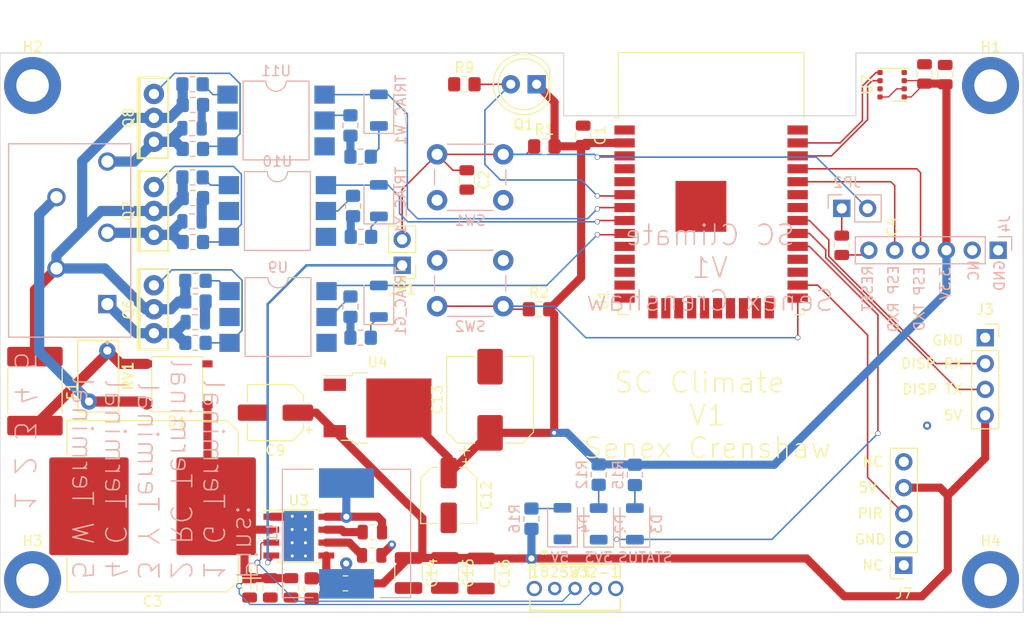
<source format=kicad_pcb>
(kicad_pcb (version 20171130) (host pcbnew "(5.1.7)-1")
  (layers (0 F.Cu signal) (31 B.Cu signal) (34 B.Paste user hide) (35 F.Paste user hide) (36 B.SilkS user) (37 F.SilkS user) (38 B.Mask user hide) (39 F.Mask user hide) (44 Edge.Cuts user hide))
  (net 0 "")
  (net 1 +3V3)
  (net 2 GND)
  (net 3 /~ESP_RESET)
  (net 4 +VDC)
  (net 5 "Net-(C4-Pad2)")
  (net 6 "Net-(C4-Pad1)")
  (net 7 "Net-(C8-Pad1)")
  (net 8 +5V)
  (net 9 "Net-(C11-Pad2)")
  (net 10 "Net-(C11-Pad1)")
  (net 11 /G_TERM)
  (net 12 "Net-(C24-Pad1)")
  (net 13 /Y_TERM)
  (net 14 "Net-(C25-Pad1)")
  (net 15 /W_TERM)
  (net 16 "Net-(C26-Pad1)")
  (net 17 /C_TERM)
  (net 18 "Net-(D1-Pad3)")
  (net 19 "Net-(D2-Pad2)")
  (net 20 "Net-(D3-Pad2)")
  (net 21 /STATUS)
  (net 22 "Net-(D4-Pad2)")
  (net 23 /TRIAC_G)
  (net 24 /TRIAC_Y)
  (net 25 /TRIAC_W)
  (net 26 /ESP_TXD)
  (net 27 /ESP_RXD)
  (net 28 "Net-(J4-Pad2)")
  (net 29 /I2C_SCL)
  (net 30 /I2C_SDA)
  (net 31 "Net-(J7-Pad5)")
  (net 32 /PIR)
  (net 33 "Net-(J7-Pad1)")
  (net 34 /RC_TERM)
  (net 35 /ESP_GPIO26)
  (net 36 /PHOTO)
  (net 37 "Net-(Q6-Pad3)")
  (net 38 "Net-(Q7-Pad3)")
  (net 39 "Net-(Q8-Pad3)")
  (net 40 /MODE)
  (net 41 "Net-(R10-Pad2)")
  (net 42 "Net-(R31-Pad1)")
  (net 43 "Net-(R32-Pad1)")
  (net 44 "Net-(R33-Pad1)")
  (net 45 "Net-(R39-Pad2)")
  (net 46 "Net-(R40-Pad2)")
  (net 47 "Net-(R41-Pad2)")
  (net 48 "Net-(U1-Pad32)")
  (net 49 /DISP_RX)
  (net 50 /DISP_TX)
  (net 51 "Net-(U1-Pad24)")
  (net 52 "Net-(U1-Pad22)")
  (net 53 "Net-(U1-Pad21)")
  (net 54 "Net-(U1-Pad20)")
  (net 55 "Net-(U1-Pad19)")
  (net 56 "Net-(U1-Pad18)")
  (net 57 "Net-(U1-Pad17)")
  (net 58 "Net-(U1-Pad5)")
  (net 59 "Net-(U1-Pad4)")
  (net 60 "Net-(U9-Pad3)")
  (net 61 "Net-(U9-Pad5)")
  (net 62 "Net-(U10-Pad3)")
  (net 63 "Net-(U10-Pad5)")
  (net 64 "Net-(U11-Pad3)")
  (net 65 "Net-(U11-Pad5)")
  (net 66 "Net-(U1-Pad11)")
  (net 67 "Net-(U7-Pad5)")
  (net 68 "Net-(U7-Pad2)")
  (net 69 "Net-(JP1-Pad1)")
  (net 70 /EN)
  (net 71 "Net-(SW3-Pad1)")
  (net 72 "Net-(R23-Pad1)")
  (net 73 "Net-(R24-Pad1)")
  (net 74 "Net-(R25-Pad1)")
  (net 75 "Net-(U1-Pad28)")
  (net 76 "Net-(U1-Pad27)")
  (net 77 "Net-(U1-Pad23)")
  (net 78 "Net-(U1-Pad16)")
  (net 79 "Net-(U1-Pad14)")
  (net 80 "Net-(U1-Pad13)")
  (net 81 "Net-(U1-Pad12)")
  (net 82 "Net-(U1-Pad7)")
  (module RF_Module:ESP32-WROOM-32 (layer F.Cu) (at 109.85 100.884)
    (fp_text reference U1 (at -10.61 8.43 90) (layer F.SilkS))
    (fp_text value ESP32-WROOM-32D)
    (pad 38 smd rect (at 8.5 -8.255) (size 2 0.9) (layers F.Cu F.Paste F.Mask) (net 2 GND))
    (pad 37 smd rect (at 8.5 -6.985) (size 2 0.9) (layers F.Cu F.Paste F.Mask) (net 29 /I2C_SCL))
    (pad 36 smd rect (at 8.5 -5.715) (size 2 0.9) (layers F.Cu F.Paste F.Mask) (net 30 /I2C_SDA))
    (pad 35 smd rect (at 8.5 -4.445) (size 2 0.9) (layers F.Cu F.Paste F.Mask) (net 26 /ESP_TXD))
    (pad 34 smd rect (at 8.5 -3.175) (size 2 0.9) (layers F.Cu F.Paste F.Mask) (net 27 /ESP_RXD))
    (pad 33 smd rect (at 8.5 -1.905) (size 2 0.9) (layers F.Cu F.Paste F.Mask) (net 35 /ESP_GPIO26))
    (pad 32 smd rect (at 8.5 -0.635) (size 2 0.9) (layers F.Cu F.Paste F.Mask) (net 48 "Net-(U1-Pad32)"))
    (pad 31 smd rect (at 8.5 0.635) (size 2 0.9) (layers F.Cu F.Paste F.Mask) (net 49 /DISP_RX))
    (pad 30 smd rect (at 8.5 1.905) (size 2 0.9) (layers F.Cu F.Paste F.Mask) (net 50 /DISP_TX))
    (pad 29 smd rect (at 8.5 3.175) (size 2 0.9) (layers F.Cu F.Paste F.Mask) (net 21 /STATUS))
    (pad 28 smd rect (at 8.5 4.445) (size 2 0.9) (layers F.Cu F.Paste F.Mask) (net 75 "Net-(U1-Pad28)"))
    (pad 27 smd rect (at 8.5 5.715) (size 2 0.9) (layers F.Cu F.Paste F.Mask) (net 76 "Net-(U1-Pad27)"))
    (pad 26 smd rect (at 8.5 6.985) (size 2 0.9) (layers F.Cu F.Paste F.Mask) (net 32 /PIR))
    (pad 25 smd rect (at 8.5 8.255) (size 2 0.9) (layers F.Cu F.Paste F.Mask) (net 40 /MODE))
    (pad 24 smd rect (at 5.715 9.255 90) (size 2 0.9) (layers F.Cu F.Paste F.Mask) (net 51 "Net-(U1-Pad24)"))
    (pad 23 smd rect (at 4.445 9.255 90) (size 2 0.9) (layers F.Cu F.Paste F.Mask) (net 77 "Net-(U1-Pad23)"))
    (pad 22 smd rect (at 3.175 9.255 90) (size 2 0.9) (layers F.Cu F.Paste F.Mask) (net 52 "Net-(U1-Pad22)"))
    (pad 21 smd rect (at 1.905 9.255 90) (size 2 0.9) (layers F.Cu F.Paste F.Mask) (net 53 "Net-(U1-Pad21)"))
    (pad 20 smd rect (at 0.635 9.255 90) (size 2 0.9) (layers F.Cu F.Paste F.Mask) (net 54 "Net-(U1-Pad20)"))
    (pad 19 smd rect (at -0.635 9.255 90) (size 2 0.9) (layers F.Cu F.Paste F.Mask) (net 55 "Net-(U1-Pad19)"))
    (pad 18 smd rect (at -1.905 9.255 90) (size 2 0.9) (layers F.Cu F.Paste F.Mask) (net 56 "Net-(U1-Pad18)"))
    (pad 17 smd rect (at -3.175 9.255 90) (size 2 0.9) (layers F.Cu F.Paste F.Mask) (net 57 "Net-(U1-Pad17)"))
    (pad 16 smd rect (at -4.445 9.255 90) (size 2 0.9) (layers F.Cu F.Paste F.Mask) (net 78 "Net-(U1-Pad16)"))
    (pad 15 smd rect (at -5.715 9.255 90) (size 2 0.9) (layers F.Cu F.Paste F.Mask) (net 2 GND))
    (pad 14 smd rect (at -8.5 8.255) (size 2 0.9) (layers F.Cu F.Paste F.Mask) (net 79 "Net-(U1-Pad14)"))
    (pad 13 smd rect (at -8.5 6.985) (size 2 0.9) (layers F.Cu F.Paste F.Mask) (net 80 "Net-(U1-Pad13)"))
    (pad 12 smd rect (at -8.5 5.715) (size 2 0.9) (layers F.Cu F.Paste F.Mask) (net 81 "Net-(U1-Pad12)"))
    (pad 11 smd rect (at -8.5 4.445) (size 2 0.9) (layers F.Cu F.Paste F.Mask) (net 66 "Net-(U1-Pad11)"))
    (pad 10 smd rect (at -8.5 3.175) (size 2 0.9) (layers F.Cu F.Paste F.Mask) (net 25 /TRIAC_W))
    (pad 9 smd rect (at -8.5 1.905) (size 2 0.9) (layers F.Cu F.Paste F.Mask) (net 23 /TRIAC_G))
    (pad 8 smd rect (at -8.5 0.635) (size 2 0.9) (layers F.Cu F.Paste F.Mask) (net 24 /TRIAC_Y))
    (pad 7 smd rect (at -8.5 -0.635) (size 2 0.9) (layers F.Cu F.Paste F.Mask) (net 82 "Net-(U1-Pad7)"))
    (pad 6 smd rect (at -8.5 -1.905) (size 2 0.9) (layers F.Cu F.Paste F.Mask) (net 36 /PHOTO))
    (pad 5 smd rect (at -8.5 -3.175) (size 2 0.9) (layers F.Cu F.Paste F.Mask) (net 58 "Net-(U1-Pad5)"))
    (pad 4 smd rect (at -8.5 -4.445) (size 2 0.9) (layers F.Cu F.Paste F.Mask) (net 59 "Net-(U1-Pad4)"))
    (pad 3 smd rect (at -8.5 -5.715) (size 2 0.9) (layers F.Cu F.Paste F.Mask) (net 3 /~ESP_RESET))
    (pad 2 smd rect (at -8.5 -6.985) (size 2 0.9) (layers F.Cu F.Paste F.Mask) (net 1 +3V3))
    (pad 1 smd rect (at -8.5 -8.255) (size 2 0.9) (layers F.Cu F.Paste F.Mask) (net 2 GND))
    (pad 39 smd rect (at -1 -0.755) (size 5 5) (layers F.Cu F.Paste F.Mask) (net 2 GND))
  )
  (module Package_LGA:Bosch_LGA-8_3x3mm_P0.8mm_ClockwisePinNumbering (layer F.Cu) (at 127.63 88.184 90)
    (fp_text reference U7 (at 0 -2.45 90) (layer F.SilkS))
    (fp_text value BME680)
    (pad 1 smd roundrect (at -1.2 -1.1875 90) (size 0.5 0.525) (layers F.Cu F.Paste F.Mask) (net 2 GND))
    (pad 2 smd roundrect (at -0.4 -1.1875 90) (size 0.5 0.525) (layers F.Cu F.Paste F.Mask) (net 68 "Net-(U7-Pad2)"))
    (pad 3 smd roundrect (at 0.4 -1.1875 90) (size 0.5 0.525) (layers F.Cu F.Paste F.Mask) (net 30 /I2C_SDA))
    (pad 4 smd roundrect (at 1.2 -1.1875 90) (size 0.5 0.525) (layers F.Cu F.Paste F.Mask) (net 29 /I2C_SCL))
    (pad 5 smd roundrect (at 1.2 1.1875 90) (size 0.5 0.525) (layers F.Cu F.Paste F.Mask) (net 67 "Net-(U7-Pad5)"))
    (pad 6 smd roundrect (at 0.4 1.1875 90) (size 0.5 0.525) (layers F.Cu F.Paste F.Mask) (net 1 +3V3))
    (pad 7 smd roundrect (at -0.4 1.1875 90) (size 0.5 0.525) (layers F.Cu F.Paste F.Mask) (net 2 GND))
    (pad 8 smd roundrect (at -1.2 1.1875 90) (size 0.5 0.525) (layers F.Cu F.Paste F.Mask) (net 1 +3V3))
  )
  (module Diode_SMD:Diode_Bridge_Vishay_MBLS (layer F.Cu) (at 57.404 117.602 180)
    (fp_text reference D1 (at 0 -3.7) (layer F.SilkS))
    (fp_text value CD-MBL206SL)
    (pad 2 smd rect (at 2.975 -2 180) (size 1 0.7) (layers F.Cu F.Paste F.Mask) (net 17 /C_TERM))
    (pad 3 smd rect (at 2.975 2 180) (size 1 0.7) (layers F.Cu F.Paste F.Mask) (net 18 "Net-(D1-Pad3)"))
    (pad 4 smd rect (at -2.975 2 180) (size 1 0.7) (layers F.Cu F.Paste F.Mask) (net 2 GND))
    (pad 1 smd rect (at -2.975 -2 180) (size 1 0.7) (layers F.Cu F.Paste F.Mask) (net 4 +VDC))
  )
  (module footprints:1825232-1 (layer F.Cu) (at 94.488 137.668)
    (fp_text reference SW3 (at 2 -1.6002) (layer F.SilkS))
    (fp_text value 1825232-1 (at 2 -1.6002) (layer F.SilkS))
    (fp_text user * (at -1 -3.2512) (layer F.SilkS))
    (fp_text user * (at -1 -3.2512) (layer F.SilkS))
    (pad 5 thru_hole circle (at 6 0) (size 1.4986 1.4986) (drill 0.9906) (layers *.Cu *.Mask))
    (pad 4 thru_hole circle (at -2 0) (size 1.4986 1.4986) (drill 0.9906) (layers *.Cu *.Mask))
    (pad 3 thru_hole circle (at 4.000001 0) (size 1.3208 1.3208) (drill 0.8128) (layers *.Cu *.Mask) (net 4 +VDC))
    (pad 2 thru_hole circle (at 2 0) (size 1.3208 1.3208) (drill 0.8128) (layers *.Cu *.Mask) (net 70 /EN))
    (pad 1 thru_hole circle (at -0.000001 0) (size 1.3208 1.3208) (drill 0.8128) (layers *.Cu *.Mask) (net 71 "Net-(SW3-Pad1)"))
  )
  (module Connector_PinHeader_2.54mm:PinHeader_1x02_P2.54mm_Vertical (layer B.Cu) (at 122.682 100.33 270)
    (fp_text reference JP2 (at -2.54 -0.508 180) (layer B.SilkS) (effects (justify mirror)))
    (fp_text value ~RESET)
    (pad 2 thru_hole oval (at 0 -2.54 270) (size 1.7 1.7) (drill 1) (layers *.Cu *.Mask) (net 3 /~ESP_RESET))
    (pad 1 thru_hole rect (at 0 0 270) (size 1.7 1.7) (drill 1) (layers *.Cu *.Mask) (net 6 "Net-(C4-Pad1)"))
  )
  (module Connector_PinHeader_2.54mm:PinHeader_1x02_P2.54mm_Vertical (layer F.Cu) (at 79.502 105.918 180)
    (fp_text reference JP1 (at 0 -2.33) (layer F.SilkS))
    (fp_text value PG_TO_~RESET)
    (pad 2 thru_hole oval (at 0 2.54 180) (size 1.7 1.7) (drill 1) (layers *.Cu *.Mask) (net 3 /~ESP_RESET))
    (pad 1 thru_hole rect (at 0 0 180) (size 1.7 1.7) (drill 1) (layers *.Cu *.Mask) (net 69 "Net-(JP1-Pad1)"))
  )
  (module LED_SMD:LED_1206_3216Metric_ReverseMount_Hole1.8x2.4mm (layer B.Cu) (at 77.216 90.678 90)
    (fp_text reference TRIAC_W1 (at 0 2.145 90) (layer B.SilkS) (effects (justify mirror)))
    (fp_text value Y2)
    (pad "" np_thru_hole oval (at 0 0 90) (size 1.8 2.4) (drill oval 1.8 2.4) (layers *.Cu *.Mask))
    (pad 2 smd roundrect (at 1.55 0 90) (size 0.95 1.75) (layers B.Cu B.Paste B.Mask) (roundrect_rratio 0.2) (net 25 /TRIAC_W))
    (pad 1 smd roundrect (at -1.55 0 90) (size 0.95 1.75) (layers B.Cu B.Paste B.Mask) (roundrect_rratio 0.2) (net 74 "Net-(R25-Pad1)"))
  )
  (module Button_Switch_THT:SW_PUSH_6mm_H8mm (layer B.Cu) (at 82.936 99.522)
    (fp_text reference SW1 (at 3.25 2) (layer B.SilkS) (effects (justify mirror)))
    (fp_text value RESET)
    (pad 1 thru_hole circle (at 6.5 0 270) (size 2 2) (drill 1.1) (layers *.Cu *.Mask) (net 2 GND))
    (pad 2 thru_hole circle (at 6.5 -4.5 270) (size 2 2) (drill 1.1) (layers *.Cu *.Mask) (net 3 /~ESP_RESET))
    (pad 1 thru_hole circle (at 0 0 270) (size 2 2) (drill 1.1) (layers *.Cu *.Mask) (net 2 GND))
    (pad 2 thru_hole circle (at 0 -4.5 270) (size 2 2) (drill 1.1) (layers *.Cu *.Mask) (net 3 /~ESP_RESET))
  )
  (module Package_DIP:SMDIP-6_W9.53mm (layer B.Cu) (at 67.249 100.584 180)
    (fp_text reference U10 (at 0 4.87 180) (layer B.SilkS) (effects (justify mirror)))
    (fp_text value MOC3043)
    (pad 6 smd rect (at 4.765 2.54 180) (size 2 1.78) (layers B.Cu B.Paste B.Mask) (net 46 "Net-(R40-Pad2)"))
    (pad 3 smd rect (at -4.765 -2.54 180) (size 2 1.78) (layers B.Cu B.Paste B.Mask) (net 62 "Net-(U10-Pad3)"))
    (pad 5 smd rect (at 4.765 0 180) (size 2 1.78) (layers B.Cu B.Paste B.Mask) (net 63 "Net-(U10-Pad5)"))
    (pad 2 smd rect (at -4.765 0 180) (size 2 1.78) (layers B.Cu B.Paste B.Mask) (net 43 "Net-(R32-Pad1)"))
    (pad 4 smd rect (at 4.765 -2.54 180) (size 2 1.78) (layers B.Cu B.Paste B.Mask) (net 38 "Net-(Q7-Pad3)"))
    (pad 1 smd rect (at -4.765 2.54 180) (size 2 1.78) (layers B.Cu B.Paste B.Mask) (net 24 /TRIAC_Y))
  )
  (module Package_DIP:SMDIP-6_W9.53mm (layer B.Cu) (at 67.31 110.998 180)
    (fp_text reference U9 (at 0 4.87 180) (layer B.SilkS) (effects (justify mirror)))
    (fp_text value MOC3043)
    (pad 6 smd rect (at 4.765 2.54 180) (size 2 1.78) (layers B.Cu B.Paste B.Mask) (net 45 "Net-(R39-Pad2)"))
    (pad 3 smd rect (at -4.765 -2.54 180) (size 2 1.78) (layers B.Cu B.Paste B.Mask) (net 60 "Net-(U9-Pad3)"))
    (pad 5 smd rect (at 4.765 0 180) (size 2 1.78) (layers B.Cu B.Paste B.Mask) (net 61 "Net-(U9-Pad5)"))
    (pad 2 smd rect (at -4.765 0 180) (size 2 1.78) (layers B.Cu B.Paste B.Mask) (net 42 "Net-(R31-Pad1)"))
    (pad 4 smd rect (at 4.765 -2.54 180) (size 2 1.78) (layers B.Cu B.Paste B.Mask) (net 37 "Net-(Q6-Pad3)"))
    (pad 1 smd rect (at -4.765 2.54 180) (size 2 1.78) (layers B.Cu B.Paste B.Mask) (net 23 /TRIAC_G))
  )
  (module Resistor_SMD:R_0805_2012Metric_Pad1.20x1.40mm_HandSolder (layer B.Cu) (at 58.944 103.632 180)
    (fp_text reference R48 hide)
    (fp_text value 820)
    (pad 2 smd roundrect (at 1 0 180) (size 1.2 1.4) (layers B.Cu B.Paste B.Mask) (roundrect_rratio 0.208333) (net 13 /Y_TERM))
    (pad 1 smd roundrect (at -1 0 180) (size 1.2 1.4) (layers B.Cu B.Paste B.Mask) (roundrect_rratio 0.208333) (net 38 "Net-(Q7-Pad3)"))
  )
  (module Button_Switch_THT:SW_PUSH_6mm_H8mm (layer B.Cu) (at 82.936 109.936)
    (fp_text reference SW2 (at 3.25 2) (layer B.SilkS) (effects (justify mirror)))
    (fp_text value MODE)
    (pad 1 thru_hole circle (at 6.5 0 270) (size 2 2) (drill 1.1) (layers *.Cu *.Mask) (net 40 /MODE))
    (pad 2 thru_hole circle (at 6.5 -4.5 270) (size 2 2) (drill 1.1) (layers *.Cu *.Mask) (net 2 GND))
    (pad 1 thru_hole circle (at 0 0 270) (size 2 2) (drill 1.1) (layers *.Cu *.Mask) (net 40 /MODE))
    (pad 2 thru_hole circle (at 0 -4.5 270) (size 2 2) (drill 1.1) (layers *.Cu *.Mask) (net 2 GND))
  )
  (module Resistor_SMD:R_0805_2012Metric_Pad1.20x1.40mm_HandSolder (layer F.Cu) (at 93.472 94.234)
    (fp_text reference R1 (at 0 -1.65 180) (layer F.SilkS))
    (fp_text value 10K)
    (pad 2 smd roundrect (at 1 0) (size 1.2 1.4) (layers F.Cu F.Paste F.Mask) (roundrect_rratio 0.208333) (net 1 +3V3))
    (pad 1 smd roundrect (at -1 0) (size 1.2 1.4) (layers F.Cu F.Paste F.Mask) (roundrect_rratio 0.208333) (net 3 /~ESP_RESET))
  )
  (module Capacitor_SMD:CP_Elec_8x10 (layer F.Cu) (at 88.138 119.126 90)
    (fp_text reference C13 (at 0 -5.2 90) (layer F.SilkS))
    (fp_text value "220 uF")
    (pad 2 smd roundrect (at 3.25 0 90) (size 3.5 2.5) (layers F.Cu F.Paste F.Mask) (roundrect_rratio 0.1) (net 2 GND))
    (pad 1 smd roundrect (at -3.25 0 90) (size 3.5 2.5) (layers F.Cu F.Paste F.Mask) (roundrect_rratio 0.1) (net 1 +3V3))
  )
  (module footprints:CUI_TBL002A-350-05GY-2GY (layer B.Cu) (at 50.546 109.728 90)
    (fp_text reference J11 (at -0.575 3.685 270) (layer B.SilkS) (effects (font (thickness 0.015)) (justify mirror)))
    (fp_text value HVAC)
    (pad 5 thru_hole circle (at 14 0 90) (size 1.8 1.8) (drill 1.2) (layers *.Cu *.Mask) (net 15 /W_TERM))
    (pad 4 thru_hole circle (at 10.5 -5 90) (size 1.8 1.8) (drill 1.2) (layers *.Cu *.Mask) (net 17 /C_TERM))
    (pad 3 thru_hole circle (at 7 0 90) (size 1.8 1.8) (drill 1.2) (layers *.Cu *.Mask) (net 13 /Y_TERM))
    (pad 2 thru_hole circle (at 3.5 -5 90) (size 1.8 1.8) (drill 1.2) (layers *.Cu *.Mask) (net 34 /RC_TERM))
    (pad 1 thru_hole rect (at 0 0 90) (size 1.8 1.8) (drill 1.2) (layers *.Cu *.Mask) (net 11 /G_TERM))
  )
  (module MountingHole:MountingHole_3.2mm_M3_DIN965_Pad (layer F.Cu) (at 137.3 136.8)
    (fp_text reference H4 (at 0 -3.8) (layer F.SilkS))
    (fp_text value MountingHole_Pad)
    (pad 1 thru_hole circle (at 0 0) (size 5.6 5.6) (drill 3.2) (layers *.Cu *.Mask) (net 2 GND))
  )
  (module MountingHole:MountingHole_3.2mm_M3_DIN965_Pad (layer F.Cu) (at 43.2 136.8)
    (fp_text reference H3 (at 0 -3.8) (layer F.SilkS))
    (fp_text value MountingHole_Pad)
    (pad 1 thru_hole circle (at 0 0) (size 5.6 5.6) (drill 3.2) (layers *.Cu *.Mask) (net 2 GND))
  )
  (module MountingHole:MountingHole_3.2mm_M3_DIN965_Pad (layer F.Cu) (at 43.2 88.26)
    (fp_text reference H2 (at 0 -3.8) (layer F.SilkS))
    (fp_text value MountingHole_Pad)
    (pad 1 thru_hole circle (at 0 0) (size 5.6 5.6) (drill 3.2) (layers *.Cu *.Mask) (net 2 GND))
  )
  (module MountingHole:MountingHole_3.2mm_M3_DIN965_Pad (layer F.Cu) (at 137.3 88.26)
    (fp_text reference H1 (at 0 -3.8) (layer F.SilkS))
    (fp_text value MountingHole_Pad)
    (pad 1 thru_hole circle (at 0 0) (size 5.6 5.6) (drill 3.2) (layers *.Cu *.Mask) (net 2 GND))
  )
  (module Package_DIP:SMDIP-6_W9.53mm (layer B.Cu) (at 67.117 91.694 180)
    (fp_text reference U11 (at 0 4.87 180) (layer B.SilkS) (effects (justify mirror)))
    (fp_text value MOC3043)
    (pad 6 smd rect (at 4.765 2.54 180) (size 2 1.78) (layers B.Cu B.Paste B.Mask) (net 47 "Net-(R41-Pad2)"))
    (pad 3 smd rect (at -4.765 -2.54 180) (size 2 1.78) (layers B.Cu B.Paste B.Mask) (net 64 "Net-(U11-Pad3)"))
    (pad 5 smd rect (at 4.765 0 180) (size 2 1.78) (layers B.Cu B.Paste B.Mask) (net 65 "Net-(U11-Pad5)"))
    (pad 2 smd rect (at -4.765 0 180) (size 2 1.78) (layers B.Cu B.Paste B.Mask) (net 44 "Net-(R33-Pad1)"))
    (pad 4 smd rect (at 4.765 -2.54 180) (size 2 1.78) (layers B.Cu B.Paste B.Mask) (net 39 "Net-(Q8-Pad3)"))
    (pad 1 smd rect (at -4.765 2.54 180) (size 2 1.78) (layers B.Cu B.Paste B.Mask) (net 25 /TRIAC_W))
  )
  (module Package_TO_SOT_SMD:TO-252-2 (layer F.Cu) (at 77.084 119.934)
    (fp_text reference U4 (at 0 -4.5) (layer F.SilkS))
    (fp_text value LD1086DT33TR)
    (pad 2 smd rect (at 2.1 0) (size 6.4 5.8) (layers F.Cu F.Mask) (net 1 +3V3))
    (pad 3 smd rect (at -4.2 2.28) (size 2.2 1.2) (layers F.Cu F.Paste F.Mask) (net 8 +5V))
    (pad 1 smd rect (at -4.2 -2.28) (size 2.2 1.2) (layers F.Cu F.Paste F.Mask) (net 2 GND))
  )
  (module Package_SO:Texas_HSOP-8-1EP_3.9x4.9mm_P1.27mm_ThermalVias (layer F.Cu) (at 69.352 132.522)
    (fp_text reference U3 (at 0 -3.5 180) (layer F.SilkS))
    (fp_text value LMR36520)
    (pad 9 thru_hole circle (at 0.65 1.95) (size 0.6 0.6) (drill 0.3) (layers *.Cu) (net 2 GND))
    (pad 9 thru_hole circle (at 0.65 0.65) (size 0.6 0.6) (drill 0.3) (layers *.Cu) (net 2 GND))
    (pad 9 thru_hole circle (at -0.65 0.65) (size 0.6 0.6) (drill 0.3) (layers *.Cu) (net 2 GND))
    (pad 9 thru_hole circle (at -0.65 1.95) (size 0.6 0.6) (drill 0.3) (layers *.Cu) (net 2 GND))
    (pad 9 thru_hole circle (at 0.65 -1.95) (size 0.6 0.6) (drill 0.3) (layers *.Cu) (net 2 GND))
    (pad 9 thru_hole circle (at 0.65 -0.65) (size 0.6 0.6) (drill 0.3) (layers *.Cu) (net 2 GND))
    (pad 9 thru_hole circle (at -0.65 -0.65) (size 0.6 0.6) (drill 0.3) (layers *.Cu) (net 2 GND))
    (pad 9 thru_hole circle (at -0.65 -1.95) (size 0.6 0.6) (drill 0.3) (layers *.Cu) (net 2 GND))
    (pad 8 smd rect (at 2.7 -1.905) (size 1.55 0.6) (layers F.Cu F.Paste F.Mask) (net 9 "Net-(C11-Pad2)"))
    (pad 7 smd rect (at 2.7 -0.635) (size 1.55 0.6) (layers F.Cu F.Paste F.Mask) (net 10 "Net-(C11-Pad1)"))
    (pad 6 smd rect (at 2.7 0.635) (size 1.55 0.6) (layers F.Cu F.Paste F.Mask) (net 7 "Net-(C8-Pad1)"))
    (pad 5 smd rect (at 2.7 1.905) (size 1.55 0.6) (layers F.Cu F.Paste F.Mask) (net 41 "Net-(R10-Pad2)"))
    (pad 4 smd rect (at -2.7 1.905) (size 1.55 0.6) (layers F.Cu F.Paste F.Mask) (net 69 "Net-(JP1-Pad1)"))
    (pad 3 smd rect (at -2.7 0.635) (size 1.55 0.6) (layers F.Cu F.Paste F.Mask) (net 70 /EN))
    (pad 2 smd rect (at -2.7 -0.635) (size 1.55 0.6) (layers F.Cu F.Paste F.Mask) (net 4 +VDC))
    (pad 1 smd rect (at -2.7 -1.905) (size 1.55 0.6) (layers F.Cu F.Paste F.Mask) (net 2 GND))
    (pad 9 smd rect (at 0 0) (size 2.95 4.9) (layers B.Cu) (net 2 GND))
    (pad 9 smd rect (at 0 0) (size 2.95 4.9) (layers F.Cu) (net 2 GND))
  )
  (module ClimateSprinklerController:RV_Disc_D7mm_W4mm_P5mm (layer F.Cu) (at 50.546 114.3 270)
    (fp_text reference RV1 (at 2.5 -2.032 90) (layer F.SilkS) (effects (font (thickness 0.2))))
    (fp_text value B72205S0400K101 hide)
    (pad 1 thru_hole circle (at 0 0 270) (size 1.6 1.6) (drill 0.8) (layers *.Cu *.Mask) (net 18 "Net-(D1-Pad3)"))
    (pad 2 thru_hole circle (at 5 1.8 270) (size 1.6 1.6) (drill 0.8) (layers *.Cu *.Mask) (net 17 /C_TERM))
  )
  (module Resistor_SMD:R_0805_2012Metric_Pad1.20x1.40mm_HandSolder (layer B.Cu) (at 58.944 90.17)
    (fp_text reference R57 hide)
    (fp_text value 39)
    (pad 2 smd roundrect (at 1 0) (size 1.2 1.4) (layers B.Cu B.Paste B.Mask) (roundrect_rratio 0.208333) (net 16 "Net-(C26-Pad1)"))
    (pad 1 smd roundrect (at -1 0) (size 1.2 1.4) (layers B.Cu B.Paste B.Mask) (roundrect_rratio 0.208333) (net 34 /RC_TERM))
  )
  (module Resistor_SMD:R_0805_2012Metric_Pad1.20x1.40mm_HandSolder (layer B.Cu) (at 58.944 99.314)
    (fp_text reference R56 hide)
    (fp_text value 39)
    (pad 2 smd roundrect (at 1 0) (size 1.2 1.4) (layers B.Cu B.Paste B.Mask) (roundrect_rratio 0.208333) (net 14 "Net-(C25-Pad1)"))
    (pad 1 smd roundrect (at -1 0) (size 1.2 1.4) (layers B.Cu B.Paste B.Mask) (roundrect_rratio 0.208333) (net 34 /RC_TERM))
  )
  (module Resistor_SMD:R_0805_2012Metric_Pad1.20x1.40mm_HandSolder (layer B.Cu) (at 59.198 109.474)
    (fp_text reference R55 hide)
    (fp_text value 39)
    (pad 2 smd roundrect (at 1 0) (size 1.2 1.4) (layers B.Cu B.Paste B.Mask) (roundrect_rratio 0.208333) (net 12 "Net-(C24-Pad1)"))
    (pad 1 smd roundrect (at -1 0) (size 1.2 1.4) (layers B.Cu B.Paste B.Mask) (roundrect_rratio 0.208333) (net 34 /RC_TERM))
  )
  (module Resistor_SMD:R_0805_2012Metric_Pad1.20x1.40mm_HandSolder (layer B.Cu) (at 58.944 94.488 180)
    (fp_text reference R49 hide)
    (fp_text value 820)
    (pad 2 smd roundrect (at 1 0 180) (size 1.2 1.4) (layers B.Cu B.Paste B.Mask) (roundrect_rratio 0.208333) (net 15 /W_TERM))
    (pad 1 smd roundrect (at -1 0 180) (size 1.2 1.4) (layers B.Cu B.Paste B.Mask) (roundrect_rratio 0.208333) (net 39 "Net-(Q8-Pad3)"))
  )
  (module Resistor_SMD:R_0805_2012Metric_Pad1.20x1.40mm_HandSolder (layer B.Cu) (at 59.198 113.538 180)
    (fp_text reference R47 hide)
    (fp_text value 820)
    (pad 2 smd roundrect (at 1 0 180) (size 1.2 1.4) (layers B.Cu B.Paste B.Mask) (roundrect_rratio 0.208333) (net 11 /G_TERM))
    (pad 1 smd roundrect (at -1 0 180) (size 1.2 1.4) (layers B.Cu B.Paste B.Mask) (roundrect_rratio 0.208333) (net 37 "Net-(Q6-Pad3)"))
  )
  (module Resistor_SMD:R_0805_2012Metric_Pad1.20x1.40mm_HandSolder (layer B.Cu) (at 58.912 88.138)
    (fp_text reference R41 hide)
    (fp_text value 180)
    (pad 2 smd roundrect (at 1 0) (size 1.2 1.4) (layers B.Cu B.Paste B.Mask) (roundrect_rratio 0.208333) (net 47 "Net-(R41-Pad2)"))
    (pad 1 smd roundrect (at -1 0) (size 1.2 1.4) (layers B.Cu B.Paste B.Mask) (roundrect_rratio 0.208333) (net 34 /RC_TERM))
  )
  (module Resistor_SMD:R_0805_2012Metric_Pad1.20x1.40mm_HandSolder (layer B.Cu) (at 58.912 97.282)
    (fp_text reference R40 hide)
    (fp_text value 180)
    (pad 2 smd roundrect (at 1 0) (size 1.2 1.4) (layers B.Cu B.Paste B.Mask) (roundrect_rratio 0.208333) (net 46 "Net-(R40-Pad2)"))
    (pad 1 smd roundrect (at -1 0) (size 1.2 1.4) (layers B.Cu B.Paste B.Mask) (roundrect_rratio 0.208333) (net 34 /RC_TERM))
  )
  (module Resistor_SMD:R_0805_2012Metric_Pad1.20x1.40mm_HandSolder (layer B.Cu) (at 59.198 107.442)
    (fp_text reference R39 hide)
    (fp_text value 180)
    (pad 2 smd roundrect (at 1 0) (size 1.2 1.4) (layers B.Cu B.Paste B.Mask) (roundrect_rratio 0.208333) (net 45 "Net-(R39-Pad2)"))
    (pad 1 smd roundrect (at -1 0) (size 1.2 1.4) (layers B.Cu B.Paste B.Mask) (roundrect_rratio 0.208333) (net 34 /RC_TERM))
  )
  (module Resistor_SMD:R_0805_2012Metric_Pad1.20x1.40mm_HandSolder (layer B.Cu) (at 74.422 92.186 270)
    (fp_text reference R33 hide)
    (fp_text value 270)
    (pad 2 smd roundrect (at 1 0 270) (size 1.2 1.4) (layers B.Cu B.Paste B.Mask) (roundrect_rratio 0.208333) (net 2 GND))
    (pad 1 smd roundrect (at -1 0 270) (size 1.2 1.4) (layers B.Cu B.Paste B.Mask) (roundrect_rratio 0.208333) (net 44 "Net-(R33-Pad1)"))
  )
  (module Resistor_SMD:R_0805_2012Metric_Pad1.20x1.40mm_HandSolder (layer B.Cu) (at 74.676 100.092 270)
    (fp_text reference R32 hide)
    (fp_text value 270)
    (pad 2 smd roundrect (at 1 0 270) (size 1.2 1.4) (layers B.Cu B.Paste B.Mask) (roundrect_rratio 0.208333) (net 2 GND))
    (pad 1 smd roundrect (at -1 0 270) (size 1.2 1.4) (layers B.Cu B.Paste B.Mask) (roundrect_rratio 0.208333) (net 43 "Net-(R32-Pad1)"))
  )
  (module Resistor_SMD:R_0805_2012Metric_Pad1.20x1.40mm_HandSolder (layer B.Cu) (at 74.422 109.982 270)
    (fp_text reference R31 hide)
    (fp_text value 270)
    (pad 2 smd roundrect (at 1 0 270) (size 1.2 1.4) (layers B.Cu B.Paste B.Mask) (roundrect_rratio 0.208333) (net 2 GND))
    (pad 1 smd roundrect (at -1 0 270) (size 1.2 1.4) (layers B.Cu B.Paste B.Mask) (roundrect_rratio 0.208333) (net 42 "Net-(R31-Pad1)"))
  )
  (module Resistor_SMD:R_0805_2012Metric_Pad1.20x1.40mm_HandSolder (layer B.Cu) (at 75.422 95.25 180)
    (fp_text reference R25 hide)
    (fp_text value 2K7)
    (pad 2 smd roundrect (at 1 0 180) (size 1.2 1.4) (layers B.Cu B.Paste B.Mask) (roundrect_rratio 0.208333) (net 2 GND))
    (pad 1 smd roundrect (at -1 0 180) (size 1.2 1.4) (layers B.Cu B.Paste B.Mask) (roundrect_rratio 0.208333) (net 74 "Net-(R25-Pad1)"))
  )
  (module Resistor_SMD:R_0805_2012Metric_Pad1.20x1.40mm_HandSolder (layer B.Cu) (at 75.454 103.124 180)
    (fp_text reference R24 hide)
    (fp_text value 2K7)
    (pad 2 smd roundrect (at 1 0 180) (size 1.2 1.4) (layers B.Cu B.Paste B.Mask) (roundrect_rratio 0.208333) (net 2 GND))
    (pad 1 smd roundrect (at -1 0 180) (size 1.2 1.4) (layers B.Cu B.Paste B.Mask) (roundrect_rratio 0.208333) (net 73 "Net-(R24-Pad1)"))
  )
  (module Resistor_SMD:R_0805_2012Metric_Pad1.20x1.40mm_HandSolder (layer B.Cu) (at 75.422 113.03 180)
    (fp_text reference R23 hide)
    (fp_text value 9K1)
    (pad 2 smd roundrect (at 1 0 180) (size 1.2 1.4) (layers B.Cu B.Paste B.Mask) (roundrect_rratio 0.208333) (net 2 GND))
    (pad 1 smd roundrect (at -1 0 180) (size 1.2 1.4) (layers B.Cu B.Paste B.Mask) (roundrect_rratio 0.208333) (net 72 "Net-(R23-Pad1)"))
  )
  (module Resistor_SMD:R_0805_2012Metric_Pad1.20x1.40mm_HandSolder (layer B.Cu) (at 92.202 130.81 270)
    (fp_text reference R16 (at 0 1.65 90) (layer B.SilkS) (effects (justify mirror)))
    (fp_text value 8K2)
    (pad 2 smd roundrect (at 1 0 270) (size 1.2 1.4) (layers B.Cu B.Paste B.Mask) (roundrect_rratio 0.208333) (net 8 +5V))
    (pad 1 smd roundrect (at -1 0 270) (size 1.2 1.4) (layers B.Cu B.Paste B.Mask) (roundrect_rratio 0.208333) (net 22 "Net-(D4-Pad2)"))
  )
  (module Resistor_SMD:R_0805_2012Metric_Pad1.20x1.40mm_HandSolder (layer B.Cu) (at 102.362 126.508 270)
    (fp_text reference R15 (at 0 1.65 270) (layer B.SilkS) (effects (justify mirror)))
    (fp_text value 120)
    (pad 2 smd roundrect (at 1 0 270) (size 1.2 1.4) (layers B.Cu B.Paste B.Mask) (roundrect_rratio 0.208333) (net 20 "Net-(D3-Pad2)"))
    (pad 1 smd roundrect (at -1 0 270) (size 1.2 1.4) (layers B.Cu B.Paste B.Mask) (roundrect_rratio 0.208333) (net 1 +3V3))
  )
  (module Resistor_SMD:R_0805_2012Metric_Pad1.20x1.40mm_HandSolder (layer B.Cu) (at 98.806 126.476 270)
    (fp_text reference R12 (at 0 1.65 270) (layer B.SilkS) (effects (justify mirror)))
    (fp_text value 1K6)
    (pad 2 smd roundrect (at 1 0 270) (size 1.2 1.4) (layers B.Cu B.Paste B.Mask) (roundrect_rratio 0.208333) (net 19 "Net-(D2-Pad2)"))
    (pad 1 smd roundrect (at -1 0 270) (size 1.2 1.4) (layers B.Cu B.Paste B.Mask) (roundrect_rratio 0.208333) (net 1 +3V3))
  )
  (module Resistor_SMD:R_0805_2012Metric_Pad1.20x1.40mm_HandSolder (layer F.Cu) (at 70.612 137.668 270)
    (fp_text reference R11 hide)
    (fp_text value 24.9K)
    (pad 2 smd roundrect (at 1 0 270) (size 1.2 1.4) (layers F.Cu F.Paste F.Mask) (roundrect_rratio 0.208333) (net 2 GND))
    (pad 1 smd roundrect (at -1 0 270) (size 1.2 1.4) (layers F.Cu F.Paste F.Mask) (roundrect_rratio 0.208333) (net 41 "Net-(R10-Pad2)"))
  )
  (module Resistor_SMD:R_0805_2012Metric_Pad1.20x1.40mm_HandSolder (layer F.Cu) (at 73.93 137.16 180)
    (fp_text reference R10 hide)
    (fp_text value 100K)
    (pad 2 smd roundrect (at 1 0 180) (size 1.2 1.4) (layers F.Cu F.Paste F.Mask) (roundrect_rratio 0.208333) (net 41 "Net-(R10-Pad2)"))
    (pad 1 smd roundrect (at -1 0 180) (size 1.2 1.4) (layers F.Cu F.Paste F.Mask) (roundrect_rratio 0.208333) (net 8 +5V))
  )
  (module Resistor_SMD:R_0805_2012Metric_Pad1.20x1.40mm_HandSolder (layer F.Cu) (at 85.614 88.138)
    (fp_text reference R9 (at 0 -1.65) (layer F.SilkS))
    (fp_text value 20K)
    (pad 2 smd roundrect (at 1 0) (size 1.2 1.4) (layers F.Cu F.Paste F.Mask) (roundrect_rratio 0.208333) (net 36 /PHOTO))
    (pad 1 smd roundrect (at -1 0) (size 1.2 1.4) (layers F.Cu F.Paste F.Mask) (roundrect_rratio 0.208333) (net 2 GND))
  )
  (module Resistor_SMD:R_0805_2012Metric_Pad1.20x1.40mm_HandSolder (layer F.Cu) (at 92.948 110.236)
    (fp_text reference R2 (at 0 -1.65) (layer F.SilkS))
    (fp_text value 10K)
    (pad 2 smd roundrect (at 1 0) (size 1.2 1.4) (layers F.Cu F.Paste F.Mask) (roundrect_rratio 0.208333) (net 1 +3V3))
    (pad 1 smd roundrect (at -1 0) (size 1.2 1.4) (layers F.Cu F.Paste F.Mask) (roundrect_rratio 0.208333) (net 40 /MODE))
  )
  (module ClimateSprinklerController:TO-225-3_Vertical (layer F.Cu) (at 55.118 91.44 90)
    (fp_text reference Q8 (at 0 -2.5 90) (layer F.SilkS))
    (fp_text value 2N6073B)
    (pad 3 thru_hole circle (at 2.35 0 90) (size 2 2) (drill 1) (layers *.Cu *.Mask) (net 39 "Net-(Q8-Pad3)"))
    (pad 2 thru_hole circle (at 0 0 90) (size 2 2) (drill 1) (layers *.Cu *.Mask) (net 34 /RC_TERM))
    (pad 1 thru_hole circle (at -2.35 0 90) (size 2 2) (drill 1) (layers *.Cu *.Mask) (net 15 /W_TERM))
  )
  (module ClimateSprinklerController:TO-225-3_Vertical (layer F.Cu) (at 55.118 100.584 90)
    (fp_text reference Q7 (at 0 -2.5 90) (layer F.SilkS))
    (fp_text value 2N6073B)
    (pad 3 thru_hole circle (at 2.35 0 90) (size 2 2) (drill 1) (layers *.Cu *.Mask) (net 38 "Net-(Q7-Pad3)"))
    (pad 2 thru_hole circle (at 0 0 90) (size 2 2) (drill 1) (layers *.Cu *.Mask) (net 34 /RC_TERM))
    (pad 1 thru_hole circle (at -2.35 0 90) (size 2 2) (drill 1) (layers *.Cu *.Mask) (net 13 /Y_TERM))
  )
  (module ClimateSprinklerController:TO-225-3_Vertical (layer F.Cu) (at 55.118 110.236 90)
    (fp_text reference Q6 (at 0 -2.5 90) (layer F.SilkS))
    (fp_text value 2N6073B)
    (pad 3 thru_hole circle (at 2.35 0 90) (size 2 2) (drill 1) (layers *.Cu *.Mask) (net 37 "Net-(Q6-Pad3)"))
    (pad 2 thru_hole circle (at 0 0 90) (size 2 2) (drill 1) (layers *.Cu *.Mask) (net 34 /RC_TERM))
    (pad 1 thru_hole circle (at -2.35 0 90) (size 2 2) (drill 1) (layers *.Cu *.Mask) (net 11 /G_TERM))
  )
  (module LED_THT:LED_D5.0mm_Clear (layer F.Cu) (at 92.71 88.138 180)
    (fp_text reference Q1 (at 1.27 -3.96) (layer F.SilkS))
    (fp_text value TEPT5700)
    (pad 2 thru_hole circle (at 2.54 0 180) (size 1.8 1.8) (drill 0.9) (layers *.Cu *.Mask) (net 36 /PHOTO))
    (pad 1 thru_hole rect (at 0 0 180) (size 1.8 1.8) (drill 0.9) (layers *.Cu *.Mask) (net 1 +3V3))
  )
  (module Inductor_SMD:L_Wuerth_WE-PD-Typ-LS (layer B.Cu) (at 74.036 132.256 270)
    (fp_text reference L1 (at 0 7.3 270) (layer B.SilkS) (effects (justify mirror)))
    (fp_text value "15 uH")
    (pad 2 smd rect (at 4.95 0 270) (size 2.9 5.4) (layers B.Cu B.Paste B.Mask) (net 8 +5V))
    (pad 1 smd rect (at -4.95 0 270) (size 2.9 5.4) (layers B.Cu B.Paste B.Mask) (net 9 "Net-(C11-Pad2)"))
  )
  (module Connector_PinSocket_2.54mm:PinSocket_1x05_P2.54mm_Vertical (layer F.Cu) (at 128.778 135.382 180)
    (fp_text reference J7 (at 0 -2.77) (layer F.SilkS))
    (fp_text value PIR)
    (pad 5 thru_hole oval (at 0 10.16 180) (size 1.7 1.7) (drill 1) (layers *.Cu *.Mask) (net 31 "Net-(J7-Pad5)"))
    (pad 4 thru_hole oval (at 0 7.62 180) (size 1.7 1.7) (drill 1) (layers *.Cu *.Mask) (net 8 +5V))
    (pad 3 thru_hole oval (at 0 5.08 180) (size 1.7 1.7) (drill 1) (layers *.Cu *.Mask) (net 32 /PIR))
    (pad 2 thru_hole oval (at 0 2.54 180) (size 1.7 1.7) (drill 1) (layers *.Cu *.Mask) (net 2 GND))
    (pad 1 thru_hole rect (at 0 0 180) (size 1.7 1.7) (drill 1) (layers *.Cu *.Mask) (net 33 "Net-(J7-Pad1)"))
  )
  (module Connector_PinSocket_2.54mm:PinSocket_1x06_P2.54mm_Vertical (layer B.Cu) (at 138.044 104.44 90)
    (fp_text reference J4 (at 2.586 0.64 90) (layer B.SilkS) (effects (justify mirror)))
    (fp_text value SERIAL)
    (pad 6 thru_hole oval (at 0 -12.7 90) (size 1.7 1.7) (drill 1) (layers *.Cu *.Mask) (net 5 "Net-(C4-Pad2)"))
    (pad 5 thru_hole oval (at 0 -10.16 90) (size 1.7 1.7) (drill 1) (layers *.Cu *.Mask) (net 27 /ESP_RXD))
    (pad 4 thru_hole oval (at 0 -7.62 90) (size 1.7 1.7) (drill 1) (layers *.Cu *.Mask) (net 26 /ESP_TXD))
    (pad 3 thru_hole oval (at 0 -5.08 90) (size 1.7 1.7) (drill 1) (layers *.Cu *.Mask) (net 1 +3V3))
    (pad 2 thru_hole oval (at 0 -2.54 90) (size 1.7 1.7) (drill 1) (layers *.Cu *.Mask) (net 28 "Net-(J4-Pad2)"))
    (pad 1 thru_hole rect (at 0 0 90) (size 1.7 1.7) (drill 1) (layers *.Cu *.Mask) (net 2 GND))
  )
  (module Connector_PinSocket_2.54mm:PinSocket_1x04_P2.54mm_Vertical (layer F.Cu) (at 136.774 113.03)
    (fp_text reference J3 (at 0 -2.77) (layer F.SilkS))
    (fp_text value DISP_SERIAL)
    (pad 4 thru_hole oval (at 0 7.62) (size 1.7 1.7) (drill 1) (layers *.Cu *.Mask) (net 8 +5V))
    (pad 3 thru_hole oval (at 0 5.08) (size 1.7 1.7) (drill 1) (layers *.Cu *.Mask) (net 50 /DISP_TX))
    (pad 2 thru_hole oval (at 0 2.54) (size 1.7 1.7) (drill 1) (layers *.Cu *.Mask) (net 49 /DISP_RX))
    (pad 1 thru_hole rect (at 0 0) (size 1.7 1.7) (drill 1) (layers *.Cu *.Mask) (net 2 GND))
  )
  (module Fuse:Fuse_2920_7451Metric (layer F.Cu) (at 43.434 118.2785 270)
    (fp_text reference F1 (at 0 -3.68 90) (layer F.SilkS))
    (fp_text value 1.5A)
    (pad 2 smd roundrect (at 3.3875 0 270) (size 1.925 5.45) (layers F.Cu F.Paste F.Mask) (roundrect_rratio 0.12987) (net 18 "Net-(D1-Pad3)"))
    (pad 1 smd roundrect (at -3.3875 0 270) (size 1.925 5.45) (layers F.Cu F.Paste F.Mask) (roundrect_rratio 0.12987) (net 34 /RC_TERM))
  )
  (module LED_SMD:LED_1206_3216Metric_ReverseMount_Hole1.8x2.4mm (layer B.Cu) (at 77.216 99.568 90)
    (fp_text reference TRIAC_Y1 (at 0 2.145 90) (layer B.SilkS) (effects (justify mirror)))
    (fp_text value Y1)
    (pad "" np_thru_hole oval (at 0 0 90) (size 1.8 2.4) (drill oval 1.8 2.4) (layers *.Cu *.Mask))
    (pad 2 smd roundrect (at 1.55 0 90) (size 0.95 1.75) (layers B.Cu B.Paste B.Mask) (roundrect_rratio 0.2) (net 24 /TRIAC_Y))
    (pad 1 smd roundrect (at -1.55 0 90) (size 0.95 1.75) (layers B.Cu B.Paste B.Mask) (roundrect_rratio 0.2) (net 73 "Net-(R24-Pad1)"))
  )
  (module LED_SMD:LED_1206_3216Metric_ReverseMount_Hole1.8x2.4mm (layer B.Cu) (at 77.216 109.448 90)
    (fp_text reference TRIAC_G1 (at 0 2.145 90) (layer B.SilkS) (effects (justify mirror)))
    (fp_text value G)
    (pad "" np_thru_hole oval (at 0 0 90) (size 1.8 2.4) (drill oval 1.8 2.4) (layers *.Cu *.Mask))
    (pad 2 smd roundrect (at 1.55 0 90) (size 0.95 1.75) (layers B.Cu B.Paste B.Mask) (roundrect_rratio 0.2) (net 23 /TRIAC_G))
    (pad 1 smd roundrect (at -1.55 0 90) (size 0.95 1.75) (layers B.Cu B.Paste B.Mask) (roundrect_rratio 0.2) (net 72 "Net-(R23-Pad1)"))
  )
  (module LED_SMD:LED_1206_3216Metric_ReverseMount_Hole1.8x2.4mm (layer B.Cu) (at 95.25 131.292 90)
    (fp_text reference D4 (at 0 2.145 90) (layer B.SilkS) (effects (justify mirror)))
    (fp_text value 5V)
    (pad "" np_thru_hole oval (at 0 0 90) (size 1.8 2.4) (drill oval 1.8 2.4) (layers *.Cu *.Mask))
    (pad 2 smd roundrect (at 1.55 0 90) (size 0.95 1.75) (layers B.Cu B.Paste B.Mask) (roundrect_rratio 0.2) (net 22 "Net-(D4-Pad2)"))
    (pad 1 smd roundrect (at -1.55 0 90) (size 0.95 1.75) (layers B.Cu B.Paste B.Mask) (roundrect_rratio 0.2) (net 2 GND))
  )
  (module LED_SMD:LED_1206_3216Metric_ReverseMount_Hole1.8x2.4mm (layer B.Cu) (at 102.362 131.318 90)
    (fp_text reference D3 (at 0 2.145 90) (layer B.SilkS) (effects (justify mirror)))
    (fp_text value STATUS)
    (pad "" np_thru_hole oval (at 0 0 90) (size 1.8 2.4) (drill oval 1.8 2.4) (layers *.Cu *.Mask))
    (pad 2 smd roundrect (at 1.55 0 90) (size 0.95 1.75) (layers B.Cu B.Paste B.Mask) (roundrect_rratio 0.2) (net 20 "Net-(D3-Pad2)"))
    (pad 1 smd roundrect (at -1.55 0 90) (size 0.95 1.75) (layers B.Cu B.Paste B.Mask) (roundrect_rratio 0.2) (net 21 /STATUS))
  )
  (module LED_SMD:LED_1206_3216Metric_ReverseMount_Hole1.8x2.4mm (layer B.Cu) (at 98.806 131.318 90)
    (fp_text reference D2 (at 0 2.145 90) (layer B.SilkS) (effects (justify mirror)))
    (fp_text value 3V3)
    (pad "" np_thru_hole oval (at 0 0 90) (size 1.8 2.4) (drill oval 1.8 2.4) (layers *.Cu *.Mask))
    (pad 2 smd roundrect (at 1.55 0 90) (size 0.95 1.75) (layers B.Cu B.Paste B.Mask) (roundrect_rratio 0.2) (net 19 "Net-(D2-Pad2)"))
    (pad 1 smd roundrect (at -1.55 0 90) (size 0.95 1.75) (layers B.Cu B.Paste B.Mask) (roundrect_rratio 0.2) (net 2 GND))
  )
  (module Capacitor_SMD:C_0805_2012Metric (layer B.Cu) (at 58.862 92.456 180)
    (fp_text reference C26 hide)
    (fp_text value ".01 uF")
    (pad 2 smd roundrect (at 0.95 0 180) (size 1 1.45) (layers B.Cu B.Paste B.Mask) (net 15 /W_TERM))
    (pad 1 smd roundrect (at -0.95 0 180) (size 1 1.45) (layers B.Cu B.Paste B.Mask) (net 16 "Net-(C26-Pad1)"))
  )
  (module Capacitor_SMD:C_0805_2012Metric (layer B.Cu) (at 58.862 101.6 180)
    (fp_text reference C25 hide)
    (fp_text value ".01 uF")
    (pad 2 smd roundrect (at 0.95 0 180) (size 1 1.45) (layers B.Cu B.Paste B.Mask) (net 13 /Y_TERM))
    (pad 1 smd roundrect (at -0.95 0 180) (size 1 1.45) (layers B.Cu B.Paste B.Mask) (net 14 "Net-(C25-Pad1)"))
  )
  (module Capacitor_SMD:C_0805_2012Metric (layer B.Cu) (at 59.182 111.506 180)
    (fp_text reference C24 hide)
    (fp_text value ".01 uF")
    (pad 2 smd roundrect (at 0.95 0 180) (size 1 1.45) (layers B.Cu B.Paste B.Mask) (net 11 /G_TERM))
    (pad 1 smd roundrect (at -0.95 0 180) (size 1 1.45) (layers B.Cu B.Paste B.Mask) (net 12 "Net-(C24-Pad1)"))
  )
  (module Capacitor_SMD:C_0805_2012Metric (layer F.Cu) (at 130.81 87.122 90)
    (fp_text reference C22 hide)
    (fp_text value "100 nF")
    (pad 1 smd roundrect (at -0.95 0 90) (size 1 1.45) (layers F.Cu F.Paste F.Mask) (net 1 +3V3))
    (pad 2 smd roundrect (at 0.95 0 90) (size 1 1.45) (layers F.Cu F.Paste F.Mask) (net 2 GND))
  )
  (module Capacitor_SMD:C_0805_2012Metric (layer F.Cu) (at 132.842 87.188 90)
    (fp_text reference C21 hide)
    (fp_text value "100 nF")
    (pad 1 smd roundrect (at -0.95 0 90) (size 1 1.45) (layers F.Cu F.Paste F.Mask) (net 1 +3V3))
    (pad 2 smd roundrect (at 0.95 0 90) (size 1 1.45) (layers F.Cu F.Paste F.Mask) (net 2 GND))
  )
  (module Capacitor_SMD:C_1210_3225Metric (layer F.Cu) (at 87.244 136.19 270)
    (fp_text reference C16 (at 0 -2.3 90) (layer F.SilkS))
    (fp_text value "47 uF")
    (pad 2 smd roundrect (at 1.475 0 270) (size 1.15 2.7) (layers F.Cu F.Paste F.Mask) (roundrect_rratio 0.217391) (net 2 GND))
    (pad 1 smd roundrect (at -1.475 0 270) (size 1.15 2.7) (layers F.Cu F.Paste F.Mask) (roundrect_rratio 0.217391) (net 8 +5V))
  )
  (module Capacitor_SMD:C_1210_3225Metric (layer F.Cu) (at 83.688 136.141 270)
    (fp_text reference C15 (at 0 -2.3 90) (layer F.SilkS))
    (fp_text value "47 uF")
    (pad 2 smd roundrect (at 1.475 0 270) (size 1.15 2.7) (layers F.Cu F.Paste F.Mask) (roundrect_rratio 0.217391) (net 2 GND))
    (pad 1 smd roundrect (at -1.475 0 270) (size 1.15 2.7) (layers F.Cu F.Paste F.Mask) (roundrect_rratio 0.217391) (net 8 +5V))
  )
  (module Capacitor_SMD:C_1210_3225Metric (layer F.Cu) (at 80.132 136.141 270)
    (fp_text reference C14 (at 0 -2.3 90) (layer F.SilkS))
    (fp_text value "47 uF")
    (pad 2 smd roundrect (at 1.475 0 270) (size 1.15 2.7) (layers F.Cu F.Paste F.Mask) (roundrect_rratio 0.217391) (net 2 GND))
    (pad 1 smd roundrect (at -1.475 0 270) (size 1.15 2.7) (layers F.Cu F.Paste F.Mask) (roundrect_rratio 0.217391) (net 8 +5V))
  )
  (module Capacitor_SMD:CP_Elec_5x5.8 (layer F.Cu) (at 84.074 128.524 270)
    (fp_text reference C12 (at 0 -3.7 90) (layer F.SilkS))
    (fp_text value "10 uF")
    (pad 2 smd roundrect (at 2.2 0 270) (size 3 1.6) (layers F.Cu F.Paste F.Mask) (roundrect_rratio 0.15625) (net 2 GND))
    (pad 1 smd roundrect (at -2.2 0 270) (size 3 1.6) (layers F.Cu F.Paste F.Mask) (roundrect_rratio 0.15625) (net 1 +3V3))
  )
  (module Capacitor_SMD:C_0805_2012Metric (layer F.Cu) (at 76.576 132.126)
    (fp_text reference C11 hide)
    (fp_text value "100 nF")
    (pad 2 smd roundrect (at 0.95 0) (size 1 1.45) (layers F.Cu F.Paste F.Mask) (net 9 "Net-(C11-Pad2)"))
    (pad 1 smd roundrect (at -0.95 0) (size 1 1.45) (layers F.Cu F.Paste F.Mask) (net 10 "Net-(C11-Pad1)"))
  )
  (module Capacitor_SMD:CP_Elec_5x5.8 (layer F.Cu) (at 67.056 120.396 180)
    (fp_text reference C9 (at 0 -3.7 180) (layer F.SilkS))
    (fp_text value "10 uF")
    (pad 2 smd roundrect (at 2.2 0 180) (size 3 1.6) (layers F.Cu F.Paste F.Mask) (roundrect_rratio 0.15625) (net 2 GND))
    (pad 1 smd roundrect (at -2.2 0 180) (size 3 1.6) (layers F.Cu F.Paste F.Mask) (roundrect_rratio 0.15625) (net 8 +5V))
  )
  (module Capacitor_SMD:C_0805_2012Metric (layer F.Cu) (at 76.51 134.412)
    (fp_text reference C8 hide)
    (fp_text value "1 uF")
    (pad 2 smd roundrect (at 0.95 0) (size 1 1.45) (layers F.Cu F.Paste F.Mask) (net 2 GND))
    (pad 1 smd roundrect (at -0.95 0) (size 1 1.45) (layers F.Cu F.Paste F.Mask) (net 7 "Net-(C8-Pad1)"))
  )
  (module Capacitor_SMD:C_0805_2012Metric (layer F.Cu) (at 68.58 137.602 270)
    (fp_text reference C7 hide)
    (fp_text value "220 nF")
    (pad 2 smd roundrect (at 0.95 0 270) (size 1 1.45) (layers F.Cu F.Paste F.Mask) (net 2 GND))
    (pad 1 smd roundrect (at -0.95 0 270) (size 1 1.45) (layers F.Cu F.Paste F.Mask) (net 4 +VDC))
  )
  (module Capacitor_SMD:C_0805_2012Metric (layer F.Cu) (at 66.548 137.602 270)
    (fp_text reference C6 hide)
    (fp_text value "4.7 uF")
    (pad 2 smd roundrect (at 0.95 0 270) (size 1 1.45) (layers F.Cu F.Paste F.Mask) (net 2 GND))
    (pad 1 smd roundrect (at -0.95 0 270) (size 1 1.45) (layers F.Cu F.Paste F.Mask) (net 4 +VDC))
  )
  (module Capacitor_SMD:C_0805_2012Metric (layer F.Cu) (at 64.516 137.602 270)
    (fp_text reference C5 hide)
    (fp_text value "4.7 uF")
    (pad 2 smd roundrect (at 0.95 0 270) (size 1 1.45) (layers F.Cu F.Paste F.Mask) (net 2 GND))
    (pad 1 smd roundrect (at -0.95 0 270) (size 1 1.45) (layers F.Cu F.Paste F.Mask) (net 4 +VDC))
  )
  (module Capacitor_SMD:C_0805_2012Metric (layer F.Cu) (at 122.682 103.952 270)
    (fp_text reference C4 (at -1.824 -4.958 90) (layer F.SilkS))
    (fp_text value "100 nF")
    (pad 2 smd roundrect (at 0.95 0 270) (size 1 1.45) (layers F.Cu F.Paste F.Mask) (net 5 "Net-(C4-Pad2)"))
    (pad 1 smd roundrect (at -0.95 0 270) (size 1 1.45) (layers F.Cu F.Paste F.Mask) (net 6 "Net-(C4-Pad1)"))
  )
  (module Capacitor_SMD:CP_Elec_16x17.5 (layer F.Cu) (at 54.986 129.586 180)
    (fp_text reference C3 (at 0 -9.35) (layer F.SilkS))
    (fp_text value "470 uF")
    (pad 2 smd roundrect (at 6.25 0 180) (size 7.8 9.6) (layers F.Cu F.Paste F.Mask) (roundrect_rratio 0.032051) (net 2 GND))
    (pad 1 smd roundrect (at -6.25 0 180) (size 7.8 9.6) (layers F.Cu F.Paste F.Mask) (roundrect_rratio 0.032051) (net 4 +VDC))
  )
  (module Capacitor_SMD:C_0805_2012Metric (layer F.Cu) (at 85.852 97.536 270)
    (fp_text reference C2 (at 0 -1.68 270) (layer F.SilkS))
    (fp_text value "100 nF")
    (pad 2 smd roundrect (at 0.95 0 270) (size 1 1.45) (layers F.Cu F.Paste F.Mask) (net 2 GND))
    (pad 1 smd roundrect (at -0.95 0 270) (size 1 1.45) (layers F.Cu F.Paste F.Mask) (net 3 /~ESP_RESET))
  )
  (module Capacitor_SMD:C_0805_2012Metric (layer F.Cu) (at 97.282 93.152 270)
    (fp_text reference C1 (at 0 -1.68 270) (layer F.SilkS))
    (fp_text value "10 uF")
    (pad 2 smd roundrect (at 0.95 0 270) (size 1 1.45) (layers F.Cu F.Paste F.Mask) (net 1 +3V3))
    (pad 1 smd roundrect (at -0.95 0 270) (size 1 1.45) (layers F.Cu F.Paste F.Mask) (net 2 GND))
  )
  (gr_text "1 2 3 4 5" (at 42.418 122.174 -90) (layer B.SilkS) (effects (font (size 2 2)) (justify mirror)))
  (gr_text "Pins:\n1 G Terminal\n2 RC Terminal\n3 Y Terminal\n4 C Terminal\n5 W Terminal" (at 56.134 136.906 -90) (layer B.SilkS) (effects (font (size 2 2)) (justify left mirror)))
  (gr_text "SC Climate\nV1\nSenex Crenshaw" (at 109.728 106.172) (layer B.SilkS) (effects (font (size 2 2)) (justify mirror)))
  (gr_text "SC Climate \nV1\nSenex Crenshaw" (at 109.474 120.65) (layer F.SilkS) (effects (font (size 2 2))))
  (gr_text RESET (at 125.222 108.204 90) (layer B.SilkS) (effects (font (size 1 1)) (justify mirror)))
  (gr_text 5V (at 125.222 127.762) (layer F.SilkS) (effects (font (size 1 1))))
  (gr_text PIR (at 125.476 130.302) (layer F.SilkS) (effects (font (size 1 1))))
  (gr_text NC (at 125.73 125.222) (layer F.SilkS) (effects (font (size 1 1))))
  (gr_text NC (at 125.73 135.382) (layer F.SilkS) (effects (font (size 1 1))))
  (gr_text "DISP TX" (at 131.572 118.11) (layer F.SilkS) (effects (font (size 1 1))))
  (gr_text 5V (at 133.604 120.65) (layer F.SilkS) (effects (font (size 1 1))))
  (gr_text GND (at 125.476 132.842) (layer F.SilkS) (effects (font (size 1 1))))
  (gr_text "DISP RX" (at 131.572 115.57) (layer F.SilkS) (effects (font (size 1 1))))
  (gr_text GND (at 133.096 113.284) (layer F.SilkS) (effects (font (size 1 1))))
  (gr_text "ESP TXD" (at 130.302 109.22 90) (layer B.SilkS) (effects (font (size 1 1)) (justify mirror)))
  (gr_text NC (at 135.636 106.426 90) (layer B.SilkS) (effects (font (size 1 1)) (justify mirror)))
  (gr_text 3.3V (at 132.842 107.696 90) (layer B.SilkS) (effects (font (size 1 1)) (justify mirror)))
  (gr_text "ESP RXD" (at 127.762 109.22 90) (layer B.SilkS) (effects (font (size 1 1)) (justify mirror)))
  (gr_text 3V3 (at 98.806 134.62) (layer B.SilkS) (effects (font (size 1 1)) (justify mirror)))
  (gr_text 5V (at 94.996 134.62) (layer B.SilkS) (effects (font (size 1 1)) (justify mirror)))
  (gr_text STATUS (at 103.378 134.62) (layer B.SilkS) (effects (font (size 1 1)) (justify mirror)))
  (gr_line (start 95.372 91.232) (end 124.074 91.232) (layer Edge.Cuts) (width 0.1))
  (gr_text GND (at 138.176 106.934 90) (layer B.SilkS) (effects (font (size 1 1)) (justify mirror)))
  (gr_line (start 95.372 85.136) (end 95.372 91.232) (layer Edge.Cuts) (width 0.1))
  (gr_line (start 95.372 85.136) (end 95.372 85.06) (layer Edge.Cuts) (width 0.1))
  (gr_line (start 40 85.06) (end 95.372 85.06) (layer Edge.Cuts) (width 0.1))
  (gr_line (start 124.074 91.232) (end 124.074 85.136) (layer Edge.Cuts) (width 0.1))
  (gr_line (start 124.074 85.136) (end 124.074 85.06) (layer Edge.Cuts) (width 0.1))
  (gr_line (start 40 140) (end 140.5 140) (layer Edge.Cuts) (width 0.1))
  (gr_line (start 40 140) (end 40 85.06) (layer Edge.Cuts) (width 0.1))
  (gr_line (start 140.5 85.06) (end 124.074 85.06) (layer Edge.Cuts) (width 0.1))
  (gr_line (start 140.5 85.06) (end 140.5 140) (layer Edge.Cuts) (width 0.1))
  (segment (start 88.138 122.376) (end 94.436 122.376) (width 0.8) (layer F.Cu) (net 1))
  (segment (start 94.436 122.376) (end 95.706 122.376) (width 0.8) (layer B.Cu) (net 1))
  (segment (start 95.706 122.376) (end 98.806 125.476) (width 0.8) (layer B.Cu) (net 1))
  (segment (start 130.81 88.072) (end 132.776 88.072) (width 0.8) (layer F.Cu) (net 1))
  (segment (start 132.776 88.072) (end 132.842 88.138) (width 0.8) (layer F.Cu) (net 1))
  (segment (start 132.964 104.44) (end 132.964 88.26) (width 0.8) (layer F.Cu) (net 1))
  (segment (start 132.964 88.26) (end 132.842 88.138) (width 0.8) (layer F.Cu) (net 1))
  (segment (start 84.19 126.324) (end 88.138 122.376) (width 0.8) (layer F.Cu) (net 1))
  (segment (start 94.472 94.234) (end 94.472 89.9) (width 0.8) (layer F.Cu) (net 1))
  (segment (start 94.472 89.9) (end 94.234 89.662) (width 0.8) (layer F.Cu) (net 1))
  (segment (start 84.074 126.324) (end 84.19 126.324) (width 0.8) (layer F.Cu) (net 1))
  (segment (start 97.084 94.3) (end 97.282 94.102) (width 0.8) (layer F.Cu) (net 1))
  (segment (start 97.084 107.1) (end 97.084 94.3) (width 0.8) (layer F.Cu) (net 1))
  (segment (start 94.436 122.376) (end 94.436 122.376) (width 0.8) (layer F.Cu) (net 1))
  (segment (start 94.472 94.234) (end 97.15 94.234) (width 0.8) (layer F.Cu) (net 1))
  (segment (start 94.436 110.724) (end 93.948 110.236) (width 0.8) (layer F.Cu) (net 1))
  (segment (start 97.15 94.234) (end 97.282 94.102) (width 0.8) (layer F.Cu) (net 1))
  (segment (start 94.436 122.376) (end 94.436 110.724) (width 0.8) (layer F.Cu) (net 1))
  (segment (start 84.074 124.824) (end 84.074 126.324) (width 0.8) (layer F.Cu) (net 1))
  (segment (start 79.184 119.934) (end 84.074 124.824) (width 0.8) (layer F.Cu) (net 1))
  (segment (start 93.948 110.236) (end 97.084 107.1) (width 0.8) (layer F.Cu) (net 1))
  (segment (start 98.806 125.476) (end 102.33 125.476) (width 0.8) (layer B.Cu) (net 1))
  (segment (start 102.33 125.476) (end 102.362 125.508) (width 0.8) (layer B.Cu) (net 1))
  (segment (start 101.35 93.899) (end 97.485 93.899) (width 0.8) (layer F.Cu) (net 1))
  (segment (start 97.485 93.899) (end 97.282 94.102) (width 0.8) (layer F.Cu) (net 1))
  (via (at 94.436 122.376) (size 0.8) (drill 0.4) (layers F.Cu B.Cu) (net 1))
  (segment (start 132.644 104.12) (end 132.964 104.44) (width 0.8) (layer F.Cu) (net 1))
  (segment (start 94.472 89.9) (end 92.71 88.138) (width 0.8) (layer F.Cu) (net 1))
  (segment (start 129.498 89.384) (end 128.8175 89.384) (width 0.12) (layer F.Cu) (net 1))
  (segment (start 130.81 88.072) (end 129.498 89.384) (width 0.12) (layer F.Cu) (net 1))
  (segment (start 130.522 87.784) (end 130.81 88.072) (width 0.12) (layer F.Cu) (net 1))
  (segment (start 128.8175 87.784) (end 130.522 87.784) (width 0.12) (layer F.Cu) (net 1))
  (segment (start 102.362 125.508) (end 116.046 125.508) (width 0.8) (layer B.Cu) (net 1))
  (segment (start 132.964 108.59) (end 132.964 104.44) (width 0.8) (layer B.Cu) (net 1))
  (segment (start 116.046 125.508) (end 132.964 108.59) (width 0.8) (layer B.Cu) (net 1))
  (segment (start 74.422 112.917) (end 74.422 113.03) (width 0.1524) (layer B.Cu) (net 2))
  (segment (start 74.454 101.314) (end 74.676 101.092) (width 0.8) (layer B.Cu) (net 2))
  (segment (start 74.454 103.124) (end 74.454 101.314) (width 0.8) (layer B.Cu) (net 2))
  (segment (start 74.422 93.186) (end 74.422 95.25) (width 0.8) (layer B.Cu) (net 2))
  (segment (start 74.422 110.982) (end 74.422 113.03) (width 0.8) (layer B.Cu) (net 2))
  (segment (start 68.657 130.617) (end 68.702 130.572) (width 0.8) (layer F.Cu) (net 2))
  (segment (start 66.652 130.617) (end 68.657 130.617) (width 0.8) (layer F.Cu) (net 2))
  (segment (start 87.195 137.616) (end 87.244 137.665) (width 0.8) (layer F.Cu) (net 2))
  (segment (start 70.496 138.552) (end 70.612 138.668) (width 0.8) (layer F.Cu) (net 2))
  (via (at 78.486 133.35) (size 0.8) (drill 0.4) (layers F.Cu B.Cu) (net 2))
  (segment (start 78.486 133.386) (end 77.46 134.412) (width 0.8) (layer F.Cu) (net 2))
  (segment (start 78.486 133.35) (end 78.486 133.386) (width 0.8) (layer F.Cu) (net 2))
  (segment (start 126.4425 89.384) (end 127.278 89.384) (width 0.12) (layer F.Cu) (net 2))
  (segment (start 128.078 88.584) (end 128.8175 88.584) (width 0.12) (layer F.Cu) (net 2))
  (segment (start 127.278 89.384) (end 128.078 88.584) (width 0.12) (layer F.Cu) (net 2))
  (via (at 131.064 121.666) (size 0.8) (drill 0.4) (layers F.Cu B.Cu) (net 2))
  (segment (start 82.936 95.022) (end 89.436 95.022) (width 0.1524) (layer F.Cu) (net 3))
  (segment (start 98.4 95.022) (end 98.674 95.296) (width 0.1524) (layer B.Cu) (net 3))
  (segment (start 89.436 95.022) (end 98.4 95.022) (width 0.1524) (layer B.Cu) (net 3))
  (segment (start 91.684 95.022) (end 92.472 94.234) (width 0.1524) (layer F.Cu) (net 3))
  (segment (start 89.436 95.022) (end 91.684 95.022) (width 0.1524) (layer F.Cu) (net 3))
  (segment (start 101.35 95.169) (end 98.801 95.169) (width 0.1524) (layer F.Cu) (net 3))
  (segment (start 98.801 95.169) (end 98.674 95.296) (width 0.1524) (layer F.Cu) (net 3))
  (via (at 98.674 95.296) (size 0.508) (drill 0.4) (layers F.Cu B.Cu) (net 3))
  (segment (start 82.372 94.458) (end 82.936 95.022) (width 0.1524) (layer F.Cu) (net 3))
  (segment (start 84.5 96.586) (end 85.852 96.586) (width 0.1524) (layer F.Cu) (net 3))
  (segment (start 82.936 95.022) (end 84.5 96.586) (width 0.1524) (layer F.Cu) (net 3))
  (segment (start 79.756 103.124) (end 79.502 102.87) (width 0.1524) (layer F.Cu) (net 3))
  (segment (start 79.502 98.456) (end 82.936 95.022) (width 0.1524) (layer F.Cu) (net 3))
  (segment (start 79.502 103.378) (end 79.502 98.456) (width 0.1524) (layer F.Cu) (net 3))
  (segment (start 125.984 100.076) (end 125.73 100.076) (width 0.1524) (layer B.Cu) (net 3))
  (segment (start 125.984 100.076) (end 125.476 100.076) (width 0.1524) (layer F.Cu) (net 3))
  (segment (start 124.793482 100.33) (end 125.222 100.33) (width 0.1524) (layer B.Cu) (net 3))
  (segment (start 120.188 95.296) (end 125.222 100.33) (width 0.1524) (layer B.Cu) (net 3))
  (segment (start 98.674 95.296) (end 120.188 95.296) (width 0.1524) (layer B.Cu) (net 3))
  (segment (start 66.652 131.887) (end 63.537 131.887) (width 0.8) (layer F.Cu) (net 4))
  (segment (start 63.537 131.887) (end 61.236 129.586) (width 0.8) (layer F.Cu) (net 4))
  (segment (start 62.352 130.702) (end 61.236 129.586) (width 0.8) (layer F.Cu) (net 4))
  (segment (start 61.236 129.586) (end 62.887 131.237) (width 0.8) (layer F.Cu) (net 4))
  (segment (start 63.622 131.972) (end 61.236 129.586) (width 0.8) (layer F.Cu) (net 4))
  (segment (start 63.029 131.379) (end 61.236 129.586) (width 0.8) (layer F.Cu) (net 4))
  (segment (start 64.516 136.652) (end 66.548 136.652) (width 0.8) (layer F.Cu) (net 4))
  (segment (start 66.548 136.652) (end 68.58 136.652) (width 0.8) (layer F.Cu) (net 4))
  (segment (start 64.017171 132.367171) (end 61.236 129.586) (width 0.8) (layer F.Cu) (net 4))
  (segment (start 64.017171 136.153171) (end 64.017171 132.367171) (width 0.8) (layer F.Cu) (net 4))
  (segment (start 64.516 136.652) (end 64.017171 136.153171) (width 0.8) (layer F.Cu) (net 4))
  (segment (start 60.379 128.729) (end 61.236 129.586) (width 0.8) (layer F.Cu) (net 4))
  (segment (start 60.379 119.602) (end 60.379 128.729) (width 0.8) (layer F.Cu) (net 4))
  (via (at 63.5 137.414) (size 0.6) (drill 0.4) (layers F.Cu B.Cu) (net 4))
  (segment (start 64.262 136.652) (end 64.516 136.652) (width 0.12) (layer F.Cu) (net 4))
  (segment (start 63.5 137.414) (end 64.262 136.652) (width 0.12) (layer F.Cu) (net 4))
  (segment (start 63.5 138.176) (end 63.5 137.414) (width 0.12) (layer B.Cu) (net 4))
  (segment (start 64.560011 139.236011) (end 63.5 138.176) (width 0.12) (layer B.Cu) (net 4))
  (segment (start 96.91999 139.236011) (end 64.560011 139.236011) (width 0.12) (layer B.Cu) (net 4))
  (segment (start 98.488001 137.668) (end 96.91999 139.236011) (width 0.12) (layer B.Cu) (net 4))
  (segment (start 125.268 104.516) (end 125.344 104.44) (width 0.1524) (layer F.Cu) (net 5))
  (segment (start 124.882 104.902) (end 125.344 104.44) (width 0.1524) (layer F.Cu) (net 5))
  (segment (start 122.682 104.902) (end 124.882 104.902) (width 0.1524) (layer F.Cu) (net 5))
  (segment (start 122.682 100.33) (end 122.682 103.002) (width 0.1524) (layer F.Cu) (net 6))
  (segment (start 72.052 133.157) (end 74.305 133.157) (width 0.8) (layer F.Cu) (net 7))
  (segment (start 74.305 133.157) (end 75.56 134.412) (width 0.8) (layer F.Cu) (net 7))
  (segment (start 92.202 131.81) (end 92.202 134.715) (width 0.8) (layer B.Cu) (net 8))
  (segment (start 87.244 134.715) (end 92.202 134.715) (width 0.8) (layer F.Cu) (net 8))
  (segment (start 83.688 134.666) (end 87.195 134.666) (width 0.8) (layer F.Cu) (net 8))
  (segment (start 87.195 134.666) (end 87.244 134.715) (width 0.8) (layer F.Cu) (net 8))
  (segment (start 74.004 137.174) (end 74.036 137.206) (width 0.8) (layer B.Cu) (net 8))
  (segment (start 74.004 135.206) (end 74.004 137.174) (width 0.8) (layer B.Cu) (net 8))
  (segment (start 77.846 136.952) (end 80.132 134.666) (width 0.8) (layer F.Cu) (net 8))
  (segment (start 72.848 122.25) (end 72.884 122.214) (width 0.8) (layer F.Cu) (net 8))
  (segment (start 74.004 135.206) (end 74.004 135.206) (width 0.8) (layer F.Cu) (net 8))
  (via (at 74.004 135.206) (size 1.2) (drill 0.6) (layers F.Cu B.Cu) (net 8))
  (via (at 92.202 134.715) (size 1.2) (drill 0.6) (layers F.Cu B.Cu) (net 8))
  (segment (start 74.004 137.238) (end 74.036 137.206) (width 0.8) (layer B.Cu) (net 8))
  (segment (start 74.004 136.234) (end 74.93 137.16) (width 0.8) (layer F.Cu) (net 8))
  (segment (start 74.004 135.206) (end 74.004 136.234) (width 0.8) (layer F.Cu) (net 8))
  (segment (start 77.638 137.16) (end 77.846 136.952) (width 0.8) (layer F.Cu) (net 8))
  (segment (start 74.93 137.16) (end 77.638 137.16) (width 0.8) (layer F.Cu) (net 8))
  (segment (start 71.066 120.396) (end 72.884 122.214) (width 0.8) (layer F.Cu) (net 8))
  (segment (start 69.256 120.396) (end 71.066 120.396) (width 0.8) (layer F.Cu) (net 8))
  (segment (start 80.132 129.462) (end 72.884 122.214) (width 0.8) (layer F.Cu) (net 8))
  (segment (start 80.132 129.462) (end 80.186 129.462) (width 0.8) (layer F.Cu) (net 8))
  (segment (start 81.488 130.764) (end 81.488 134.666) (width 0.8) (layer F.Cu) (net 8))
  (segment (start 80.186 129.462) (end 81.488 130.764) (width 0.8) (layer F.Cu) (net 8))
  (segment (start 81.488 134.666) (end 83.688 134.666) (width 0.8) (layer F.Cu) (net 8))
  (segment (start 80.132 134.666) (end 81.488 134.666) (width 0.8) (layer F.Cu) (net 8))
  (segment (start 92.202 134.715) (end 119.221 134.715) (width 0.8) (layer F.Cu) (net 8))
  (segment (start 119.221 134.715) (end 122.936 138.43) (width 0.8) (layer F.Cu) (net 8))
  (segment (start 122.936 138.43) (end 130.556 138.43) (width 0.8) (layer F.Cu) (net 8))
  (segment (start 130.556 138.43) (end 133.096 135.89) (width 0.8) (layer F.Cu) (net 8))
  (segment (start 133.096 135.89) (end 133.096 128.524) (width 0.8) (layer F.Cu) (net 8))
  (segment (start 136.774 124.846) (end 136.774 120.65) (width 0.8) (layer F.Cu) (net 8))
  (segment (start 133.096 128.524) (end 136.774 124.846) (width 0.8) (layer F.Cu) (net 8))
  (segment (start 132.334 127.762) (end 133.096 128.524) (width 0.8) (layer F.Cu) (net 8))
  (segment (start 128.778 127.762) (end 132.334 127.762) (width 0.8) (layer F.Cu) (net 8))
  (via (at 74.021 130.617) (size 1.2) (drill 0.6) (layers F.Cu B.Cu) (net 9))
  (segment (start 74.021 130.617) (end 77.099 130.617) (width 0.8) (layer F.Cu) (net 9))
  (segment (start 77.099 130.617) (end 77.526 131.044) (width 0.8) (layer F.Cu) (net 9))
  (segment (start 77.526 131.044) (end 77.526 132.126) (width 0.8) (layer F.Cu) (net 9))
  (segment (start 72.052 130.617) (end 74.021 130.617) (width 0.8) (layer F.Cu) (net 9))
  (segment (start 74.021 130.617) (end 74.021 130.617) (width 0.8) (layer F.Cu) (net 9))
  (segment (start 74.021 130.617) (end 74.021 127.321) (width 0.8) (layer B.Cu) (net 9))
  (segment (start 74.021 127.321) (end 74.036 127.306) (width 0.8) (layer B.Cu) (net 9))
  (segment (start 75.626 132.126) (end 73.782 132.126) (width 0.8) (layer F.Cu) (net 10))
  (segment (start 73.782 132.126) (end 73.543 131.887) (width 0.8) (layer F.Cu) (net 10))
  (segment (start 73.543 131.887) (end 72.052 131.887) (width 0.8) (layer F.Cu) (net 10))
  (segment (start 57.246 112.586) (end 58.198 113.538) (width 1) (layer B.Cu) (net 11))
  (segment (start 55.372 112.586) (end 57.246 112.586) (width 1) (layer B.Cu) (net 11))
  (segment (start 57.152 112.586) (end 58.232 111.506) (width 1) (layer B.Cu) (net 11))
  (segment (start 55.372 112.586) (end 57.152 112.586) (width 1) (layer B.Cu) (net 11))
  (segment (start 53.404 112.586) (end 55.118 112.586) (width 1) (layer B.Cu) (net 11))
  (segment (start 50.546 109.728) (end 53.404 112.586) (width 1) (layer B.Cu) (net 11))
  (segment (start 60.132 109.54) (end 60.198 109.474) (width 1) (layer B.Cu) (net 12))
  (segment (start 60.132 111.506) (end 60.132 109.54) (width 1) (layer B.Cu) (net 12))
  (segment (start 54.912 102.728) (end 55.118 102.934) (width 1) (layer B.Cu) (net 13))
  (segment (start 50.546 102.728) (end 54.912 102.728) (width 1) (layer B.Cu) (net 13))
  (segment (start 55.118 102.934) (end 56.992 102.934) (width 1) (layer B.Cu) (net 13))
  (segment (start 56.578 102.934) (end 57.912 101.6) (width 1) (layer B.Cu) (net 13))
  (segment (start 55.118 102.934) (end 56.578 102.934) (width 1) (layer B.Cu) (net 13))
  (segment (start 57.69 103.632) (end 56.992 102.934) (width 1) (layer B.Cu) (net 13))
  (segment (start 57.944 103.632) (end 57.69 103.632) (width 1) (layer B.Cu) (net 13))
  (segment (start 59.812 99.446) (end 59.944 99.314) (width 1) (layer B.Cu) (net 14))
  (segment (start 59.812 101.6) (end 59.812 99.446) (width 1) (layer B.Cu) (net 14))
  (segment (start 53.18 95.728) (end 55.118 93.79) (width 1) (layer B.Cu) (net 15))
  (segment (start 50.546 95.728) (end 53.18 95.728) (width 1) (layer B.Cu) (net 15))
  (segment (start 57.246 93.79) (end 57.944 94.488) (width 1) (layer B.Cu) (net 15))
  (segment (start 55.118 93.79) (end 57.246 93.79) (width 1) (layer B.Cu) (net 15))
  (segment (start 56.578 93.79) (end 57.912 92.456) (width 1) (layer B.Cu) (net 15))
  (segment (start 55.118 93.79) (end 56.578 93.79) (width 1) (layer B.Cu) (net 15))
  (segment (start 59.812 90.302) (end 59.944 90.17) (width 0.8) (layer B.Cu) (net 16))
  (segment (start 59.812 92.456) (end 59.812 90.302) (width 0.8) (layer B.Cu) (net 16))
  (segment (start 54.127 119.3) (end 54.429 119.602) (width 1) (layer F.Cu) (net 17))
  (segment (start 48.746 119.3) (end 54.127 119.3) (width 1) (layer F.Cu) (net 17))
  (segment (start 43.845999 100.928001) (end 45.546 99.228) (width 1) (layer B.Cu) (net 17))
  (segment (start 43.845999 114.399999) (end 43.845999 100.928001) (width 1) (layer B.Cu) (net 17))
  (segment (start 48.746 119.3) (end 43.845999 114.399999) (width 1) (layer B.Cu) (net 17))
  (segment (start 50.546 114.554) (end 50.546 114.3) (width 1) (layer F.Cu) (net 18))
  (segment (start 43.434 121.666) (end 50.546 114.554) (width 1) (layer F.Cu) (net 18))
  (segment (start 51.848 115.602) (end 50.546 114.3) (width 1) (layer F.Cu) (net 18))
  (segment (start 54.429 115.602) (end 51.848 115.602) (width 1) (layer F.Cu) (net 18))
  (segment (start 98.806 127.476) (end 98.806 129.768) (width 0.1524) (layer B.Cu) (net 19))
  (segment (start 102.362 127.508) (end 102.362 129.768) (width 0.1524) (layer B.Cu) (net 20))
  (via (at 100.584 132.842) (size 0.508) (drill 0.4) (layers F.Cu B.Cu) (net 21))
  (segment (start 102.336 132.842) (end 102.362 132.868) (width 0.1524) (layer B.Cu) (net 21))
  (segment (start 100.584 132.842) (end 102.336 132.842) (width 0.1524) (layer B.Cu) (net 21))
  (segment (start 118.35 104.059) (end 119.5024 104.059) (width 0.1524) (layer F.Cu) (net 21))
  (via (at 126.238 122.428) (size 0.508) (drill 0.4) (layers F.Cu B.Cu) (net 21))
  (segment (start 126.238 110.7946) (end 126.238 122.428) (width 0.1524) (layer F.Cu) (net 21))
  (segment (start 119.5024 104.059) (end 126.238 110.7946) (width 0.1524) (layer F.Cu) (net 21))
  (segment (start 102.388 132.842) (end 102.362 132.868) (width 0.1524) (layer B.Cu) (net 21))
  (segment (start 115.824 132.842) (end 102.388 132.842) (width 0.1524) (layer B.Cu) (net 21))
  (segment (start 126.238 122.428) (end 115.824 132.842) (width 0.1524) (layer B.Cu) (net 21))
  (segment (start 92.202 129.81) (end 95.182 129.81) (width 0.1524) (layer B.Cu) (net 22))
  (segment (start 95.182 129.81) (end 95.25 129.742) (width 0.1524) (layer B.Cu) (net 22))
  (via (at 98.674 102.916) (size 0.508) (drill 0.4) (layers F.Cu B.Cu) (net 23))
  (segment (start 98.674 102.916) (end 101.223 102.916) (width 0.1524) (layer F.Cu) (net 23))
  (segment (start 101.223 102.916) (end 101.35 102.789) (width 0.1524) (layer F.Cu) (net 23))
  (segment (start 72.635 107.898) (end 77.216 107.898) (width 0.1524) (layer B.Cu) (net 23))
  (segment (start 72.075 108.458) (end 72.635 107.898) (width 0.1524) (layer B.Cu) (net 23))
  (segment (start 93.692 107.898) (end 98.674 102.916) (width 0.1524) (layer B.Cu) (net 23))
  (segment (start 77.216 107.898) (end 93.692 107.898) (width 0.1524) (layer B.Cu) (net 23))
  (via (at 98.674 101.646) (size 0.508) (drill 0.4) (layers F.Cu B.Cu) (net 24))
  (segment (start 101.35 101.519) (end 98.801 101.519) (width 0.1524) (layer F.Cu) (net 24))
  (segment (start 98.801 101.519) (end 98.674 101.646) (width 0.1524) (layer F.Cu) (net 24))
  (segment (start 77.444 98.044) (end 77.47 98.018) (width 0.1524) (layer B.Cu) (net 24))
  (segment (start 72.014 98.044) (end 77.444 98.044) (width 0.1524) (layer B.Cu) (net 24))
  (segment (start 77.629412 98.018) (end 77.216 98.018) (width 0.1524) (layer B.Cu) (net 24))
  (segment (start 98.674 101.646) (end 80.056 101.646) (width 0.1524) (layer B.Cu) (net 24))
  (segment (start 80.056 101.646) (end 79.248 100.838) (width 0.1524) (layer B.Cu) (net 24))
  (segment (start 78.091 98.018) (end 77.216 98.018) (width 0.1524) (layer B.Cu) (net 24))
  (segment (start 79.248 99.175) (end 78.091 98.018) (width 0.1524) (layer B.Cu) (net 24))
  (segment (start 79.248 100.838) (end 79.248 99.175) (width 0.1524) (layer B.Cu) (net 24))
  (via (at 98.674 100.376) (size 0.508) (drill 0.4) (layers F.Cu B.Cu) (net 25))
  (segment (start 98.801 100.249) (end 98.674 100.376) (width 0.1524) (layer F.Cu) (net 25))
  (segment (start 101.35 100.249) (end 98.801 100.249) (width 0.1524) (layer F.Cu) (net 25))
  (segment (start 76.936 89.154) (end 76.962 89.128) (width 0.1524) (layer B.Cu) (net 25))
  (segment (start 71.882 89.154) (end 76.936 89.154) (width 0.1524) (layer B.Cu) (net 25))
  (segment (start 81.02119 101.34119) (end 97.70881 101.34119) (width 0.1524) (layer B.Cu) (net 25))
  (segment (start 80.01 91.047) (end 80.01 100.33) (width 0.1524) (layer B.Cu) (net 25))
  (segment (start 78.091 89.128) (end 80.01 91.047) (width 0.1524) (layer B.Cu) (net 25))
  (segment (start 80.01 100.33) (end 81.02119 101.34119) (width 0.1524) (layer B.Cu) (net 25))
  (segment (start 77.216 89.128) (end 78.091 89.128) (width 0.1524) (layer B.Cu) (net 25))
  (segment (start 97.70881 101.34119) (end 98.509 100.541) (width 0.1524) (layer B.Cu) (net 25))
  (segment (start 98.509 100.541) (end 98.674 100.376) (width 0.1524) (layer B.Cu) (net 25))
  (segment (start 98.299399 100.750601) (end 98.509 100.541) (width 0.1524) (layer B.Cu) (net 25))
  (segment (start 101.269 104.14) (end 101.35 104.059) (width 0.1524) (layer F.Cu) (net 25))
  (segment (start 130.424 96.82) (end 130.424 104.44) (width 0.1524) (layer F.Cu) (net 26))
  (segment (start 130.043 96.439) (end 130.424 96.82) (width 0.1524) (layer F.Cu) (net 26))
  (segment (start 118.35 96.439) (end 130.043 96.439) (width 0.1524) (layer F.Cu) (net 26))
  (segment (start 125.979 97.709) (end 126.233 97.709) (width 0.1524) (layer F.Cu) (net 27))
  (segment (start 122.931 97.709) (end 125.979 97.709) (width 0.1524) (layer F.Cu) (net 27))
  (segment (start 125.979 97.709) (end 127.503 97.709) (width 0.1524) (layer F.Cu) (net 27))
  (segment (start 122.931 97.709) (end 118.35 97.709) (width 0.1524) (layer F.Cu) (net 27))
  (segment (start 127.503 97.709) (end 127.884 98.09) (width 0.1524) (layer F.Cu) (net 27))
  (segment (start 127.884 98.09) (end 127.884 104.44) (width 0.1524) (layer F.Cu) (net 27))
  (segment (start 118.35 93.899) (end 122.509 93.899) (width 0.1524) (layer F.Cu) (net 29))
  (segment (start 122.509 93.899) (end 124.714 91.694) (width 0.1524) (layer F.Cu) (net 29))
  (segment (start 126.040934 86.984) (end 126.4425 86.984) (width 0.1524) (layer F.Cu) (net 29))
  (segment (start 124.714 88.310934) (end 126.040934 86.984) (width 0.1524) (layer F.Cu) (net 29))
  (segment (start 124.714 91.694) (end 124.714 88.310934) (width 0.1524) (layer F.Cu) (net 29))
  (segment (start 125.222 91.617066) (end 125.222 88.234) (width 0.1524) (layer F.Cu) (net 30))
  (segment (start 126.18 87.784) (end 126.4425 87.784) (width 0.1524) (layer F.Cu) (net 30))
  (segment (start 118.35 95.169) (end 121.670066 95.169) (width 0.1524) (layer F.Cu) (net 30))
  (segment (start 121.670066 95.169) (end 125.222 91.617066) (width 0.1524) (layer F.Cu) (net 30))
  (segment (start 125.672 87.784) (end 126.4425 87.784) (width 0.1524) (layer F.Cu) (net 30))
  (segment (start 125.222 88.234) (end 125.672 87.784) (width 0.1524) (layer F.Cu) (net 30))
  (segment (start 118.35 107.869) (end 120.315 107.869) (width 0.1524) (layer F.Cu) (net 32))
  (segment (start 120.315 107.869) (end 125.222 112.776) (width 0.1524) (layer F.Cu) (net 32))
  (segment (start 125.222 126.746) (end 128.778 130.302) (width 0.1524) (layer F.Cu) (net 32))
  (segment (start 125.222 112.776) (end 125.222 126.746) (width 0.1524) (layer F.Cu) (net 32))
  (segment (start 57.548213 109.474) (end 58.198 109.474) (width 1) (layer B.Cu) (net 34))
  (segment (start 56.786213 110.236) (end 57.548213 109.474) (width 1) (layer B.Cu) (net 34))
  (segment (start 55.372 110.236) (end 56.786213 110.236) (width 1) (layer B.Cu) (net 34))
  (segment (start 58.198 109.474) (end 58.198 107.442) (width 1) (layer B.Cu) (net 34))
  (segment (start 55.056002 110.236) (end 55.372 110.236) (width 1) (layer B.Cu) (net 34))
  (segment (start 54.294002 110.236) (end 55.118 110.236) (width 1) (layer B.Cu) (net 34))
  (segment (start 50.286002 106.228) (end 54.294002 110.236) (width 1) (layer B.Cu) (net 34))
  (segment (start 45.546 106.228) (end 50.286002 106.228) (width 1) (layer B.Cu) (net 34))
  (segment (start 56.674 100.584) (end 57.944 99.314) (width 1) (layer B.Cu) (net 34))
  (segment (start 55.118 100.584) (end 56.674 100.584) (width 1) (layer B.Cu) (net 34))
  (segment (start 57.944 97.314) (end 57.912 97.282) (width 1) (layer B.Cu) (net 34))
  (segment (start 57.944 99.314) (end 57.944 97.314) (width 1) (layer B.Cu) (net 34))
  (segment (start 49.917208 100.584) (end 55.118 100.584) (width 1) (layer B.Cu) (net 34))
  (segment (start 45.546 106.228) (end 45.546 104.955208) (width 1) (layer B.Cu) (net 34))
  (segment (start 56.674 91.44) (end 57.944 90.17) (width 1) (layer B.Cu) (net 34))
  (segment (start 55.118 91.44) (end 56.674 91.44) (width 1) (layer B.Cu) (net 34))
  (segment (start 57.944 88.17) (end 57.912 88.138) (width 1) (layer B.Cu) (net 34))
  (segment (start 57.944 90.17) (end 57.944 88.17) (width 1) (layer B.Cu) (net 34))
  (segment (start 48.072604 95.685394) (end 48.072604 102.428604) (width 1) (layer B.Cu) (net 34))
  (segment (start 52.317998 91.44) (end 48.072604 95.685394) (width 1) (layer B.Cu) (net 34))
  (segment (start 55.118 91.44) (end 52.317998 91.44) (width 1) (layer B.Cu) (net 34))
  (segment (start 48.072604 102.428604) (end 49.917208 100.584) (width 1) (layer B.Cu) (net 34))
  (segment (start 45.546 104.955208) (end 48.072604 102.428604) (width 1) (layer B.Cu) (net 34))
  (segment (start 43.434 108.34) (end 45.546 106.228) (width 1) (layer F.Cu) (net 34))
  (segment (start 43.434 114.891) (end 43.434 108.34) (width 1) (layer F.Cu) (net 34))
  (via (at 98.674 99.106) (size 0.508) (drill 0.4) (layers F.Cu B.Cu) (net 36))
  (segment (start 101.223 99.106) (end 101.35 98.979) (width 0.1524) (layer F.Cu) (net 36))
  (segment (start 98.674 99.106) (end 101.223 99.106) (width 0.1524) (layer F.Cu) (net 36))
  (segment (start 87.63 90.678) (end 90.17 88.138) (width 0.1524) (layer B.Cu) (net 36))
  (segment (start 87.63 96.012) (end 87.63 90.678) (width 0.1524) (layer B.Cu) (net 36))
  (segment (start 89.154 97.536) (end 87.63 96.012) (width 0.1524) (layer B.Cu) (net 36))
  (segment (start 97.104 97.536) (end 89.154 97.536) (width 0.1524) (layer B.Cu) (net 36))
  (segment (start 98.674 99.106) (end 97.104 97.536) (width 0.1524) (layer B.Cu) (net 36))
  (segment (start 86.614 88.138) (end 90.17 88.138) (width 0.1524) (layer F.Cu) (net 36))
  (segment (start 60.198 113.538) (end 62.545 113.538) (width 0.1524) (layer B.Cu) (net 37))
  (segment (start 63.773601 112.309399) (end 62.545 113.538) (width 0.1524) (layer B.Cu) (net 37))
  (segment (start 63.773601 107.385119) (end 63.773601 112.309399) (width 0.1524) (layer B.Cu) (net 37))
  (segment (start 62.754272 106.36579) (end 63.773601 107.385119) (width 0.1524) (layer B.Cu) (net 37))
  (segment (start 56.89221 106.36579) (end 62.754272 106.36579) (width 0.1524) (layer B.Cu) (net 37))
  (segment (start 55.372 107.886) (end 56.89221 106.36579) (width 0.1524) (layer B.Cu) (net 37))
  (segment (start 63.712601 101.895399) (end 62.484 103.124) (width 0.1524) (layer B.Cu) (net 38))
  (segment (start 63.712601 96.971119) (end 63.712601 101.895399) (width 0.1524) (layer B.Cu) (net 38))
  (segment (start 62.947272 96.20579) (end 63.712601 96.971119) (width 0.1524) (layer B.Cu) (net 38))
  (segment (start 57.14621 96.20579) (end 62.947272 96.20579) (width 0.1524) (layer B.Cu) (net 38))
  (segment (start 55.118 98.234) (end 57.14621 96.20579) (width 0.1524) (layer B.Cu) (net 38))
  (segment (start 61.976 103.632) (end 62.484 103.124) (width 0.1524) (layer B.Cu) (net 38))
  (segment (start 59.944 103.632) (end 61.976 103.632) (width 0.1524) (layer B.Cu) (net 38))
  (segment (start 60.198 94.234) (end 59.944 94.488) (width 0.1524) (layer B.Cu) (net 39))
  (segment (start 62.352 94.234) (end 60.198 94.234) (width 0.1524) (layer B.Cu) (net 39))
  (segment (start 63.580601 88.081119) (end 63.580601 93.005399) (width 0.1524) (layer B.Cu) (net 39))
  (segment (start 63.580601 93.005399) (end 62.352 94.234) (width 0.1524) (layer B.Cu) (net 39))
  (segment (start 62.561272 87.06179) (end 63.580601 88.081119) (width 0.1524) (layer B.Cu) (net 39))
  (segment (start 57.14621 87.06179) (end 62.561272 87.06179) (width 0.1524) (layer B.Cu) (net 39))
  (segment (start 55.118 89.09) (end 57.14621 87.06179) (width 0.1524) (layer B.Cu) (net 39))
  (segment (start 89.436 109.936) (end 82.936 109.936) (width 0.1524) (layer F.Cu) (net 40))
  (segment (start 82.836 110.036) (end 82.936 109.936) (width 0.1524) (layer B.Cu) (net 40))
  (segment (start 89.736 110.236) (end 89.436 109.936) (width 0.1524) (layer F.Cu) (net 40))
  (segment (start 91.948 110.236) (end 89.736 110.236) (width 0.1524) (layer F.Cu) (net 40))
  (segment (start 89.436 109.936) (end 92.756 109.936) (width 0.1524) (layer B.Cu) (net 40))
  (segment (start 92.756 109.936) (end 94.442 109.936) (width 0.1524) (layer B.Cu) (net 40))
  (via (at 118.364 113.03) (size 0.508) (drill 0.4) (layers F.Cu B.Cu) (net 40))
  (segment (start 97.536 113.03) (end 118.364 113.03) (width 0.1524) (layer B.Cu) (net 40))
  (segment (start 94.442 109.936) (end 97.536 113.03) (width 0.1524) (layer B.Cu) (net 40))
  (segment (start 118.364 109.153) (end 118.35 109.139) (width 0.1524) (layer F.Cu) (net 40))
  (segment (start 118.364 113.03) (end 118.364 109.153) (width 0.1524) (layer F.Cu) (net 40))
  (segment (start 72.168 136.398) (end 72.93 137.16) (width 0.8) (layer F.Cu) (net 41))
  (segment (start 72.052 136.282) (end 72.168 136.398) (width 0.8) (layer F.Cu) (net 41))
  (segment (start 72.052 134.427) (end 72.052 136.282) (width 0.8) (layer F.Cu) (net 41))
  (segment (start 72.438 136.668) (end 72.93 137.16) (width 0.8) (layer F.Cu) (net 41))
  (segment (start 70.612 136.668) (end 72.438 136.668) (width 0.8) (layer F.Cu) (net 41))
  (segment (start 72.406 110.998) (end 74.422 108.982) (width 0.1524) (layer B.Cu) (net 42))
  (segment (start 72.075 110.998) (end 72.406 110.998) (width 0.1524) (layer B.Cu) (net 42))
  (segment (start 73.184 100.584) (end 74.676 99.092) (width 0.1524) (layer B.Cu) (net 43))
  (segment (start 72.014 100.584) (end 73.184 100.584) (width 0.1524) (layer B.Cu) (net 43))
  (segment (start 72.39 91.186) (end 71.882 91.694) (width 0.1524) (layer B.Cu) (net 44))
  (segment (start 74.422 91.186) (end 72.39 91.186) (width 0.1524) (layer B.Cu) (net 44))
  (segment (start 61.529 107.442) (end 62.545 108.458) (width 0.1524) (layer B.Cu) (net 45))
  (segment (start 60.198 107.442) (end 61.529 107.442) (width 0.1524) (layer B.Cu) (net 45))
  (segment (start 60.674 98.044) (end 59.912 97.282) (width 0.1524) (layer B.Cu) (net 46))
  (segment (start 62.484 98.044) (end 60.674 98.044) (width 0.1524) (layer B.Cu) (net 46))
  (segment (start 60.928 89.154) (end 59.912 88.138) (width 0.1524) (layer B.Cu) (net 47))
  (segment (start 62.352 89.154) (end 60.928 89.154) (width 0.1524) (layer B.Cu) (net 47))
  (segment (start 119.5024 101.519) (end 121.412 103.4286) (width 0.1524) (layer F.Cu) (net 49))
  (segment (start 118.35 101.519) (end 119.5024 101.519) (width 0.1524) (layer F.Cu) (net 49))
  (segment (start 131.948142 115.57) (end 136.774 115.57) (width 0.1524) (layer F.Cu) (net 49))
  (segment (start 121.412 105.033858) (end 131.948142 115.57) (width 0.1524) (layer F.Cu) (net 49))
  (segment (start 121.412 103.4286) (end 121.412 105.033858) (width 0.1524) (layer F.Cu) (net 49))
  (segment (start 118.35 102.789) (end 119.167142 102.789) (width 0.1524) (layer F.Cu) (net 50))
  (segment (start 121.107191 105.160115) (end 134.057076 118.11) (width 0.1524) (layer F.Cu) (net 50))
  (segment (start 121.10719 104.39379) (end 121.107191 105.160115) (width 0.1524) (layer F.Cu) (net 50))
  (segment (start 119.5024 102.789) (end 121.10719 104.39379) (width 0.1524) (layer F.Cu) (net 50))
  (segment (start 134.057076 118.11) (end 136.774 118.11) (width 0.1524) (layer F.Cu) (net 50))
  (segment (start 118.35 102.789) (end 119.5024 102.789) (width 0.1524) (layer F.Cu) (net 50))
  (segment (start 126.343588 88.584) (end 126.4425 88.584) (width 0.25) (layer F.Cu) (net 68))
  (via (at 66.294 135.128) (size 0.508) (drill 0.4) (layers F.Cu B.Cu) (net 69))
  (segment (start 66.652 134.427) (end 65.979 134.427) (width 0.1524) (layer F.Cu) (net 69))
  (segment (start 70.104 105.918) (end 79.502 105.918) (width 0.25) (layer B.Cu) (net 69))
  (segment (start 66.652 134.77) (end 66.294 135.128) (width 0.25) (layer F.Cu) (net 69))
  (segment (start 66.652 134.427) (end 66.652 134.77) (width 0.25) (layer F.Cu) (net 69))
  (segment (start 66.294 135.128) (end 66.294 109.728) (width 0.25) (layer B.Cu) (net 69))
  (segment (start 66.294 109.728) (end 70.104 105.918) (width 0.25) (layer B.Cu) (net 69))
  (via (at 65.278 135.128) (size 0.6) (drill 0.4) (layers F.Cu B.Cu) (net 70))
  (segment (start 69.066001 138.916001) (end 65.278 135.128) (width 0.12) (layer B.Cu) (net 70))
  (segment (start 95.239999 138.916001) (end 69.066001 138.916001) (width 0.12) (layer B.Cu) (net 70))
  (segment (start 96.488 137.668) (end 95.239999 138.916001) (width 0.12) (layer B.Cu) (net 70))
  (segment (start 65.757 133.157) (end 66.652 133.157) (width 0.12) (layer F.Cu) (net 70))
  (segment (start 65.616999 133.297001) (end 65.757 133.157) (width 0.12) (layer F.Cu) (net 70))
  (segment (start 65.616999 134.789001) (end 65.616999 133.297001) (width 0.12) (layer F.Cu) (net 70))
  (segment (start 65.278 135.128) (end 65.616999 134.789001) (width 0.12) (layer F.Cu) (net 70))
  (segment (start 76.422 111.792) (end 77.216 110.998) (width 0.1524) (layer B.Cu) (net 72))
  (segment (start 76.422 113.03) (end 76.422 111.792) (width 0.1524) (layer B.Cu) (net 72))
  (segment (start 76.454 102.134) (end 77.47 101.118) (width 0.1524) (layer B.Cu) (net 73))
  (segment (start 76.454 103.124) (end 76.454 102.134) (width 0.1524) (layer B.Cu) (net 73))
  (segment (start 77.216 94.456) (end 76.422 95.25) (width 0.1524) (layer B.Cu) (net 74))
  (segment (start 77.216 92.228) (end 77.216 94.456) (width 0.1524) (layer B.Cu) (net 74))
)
</source>
